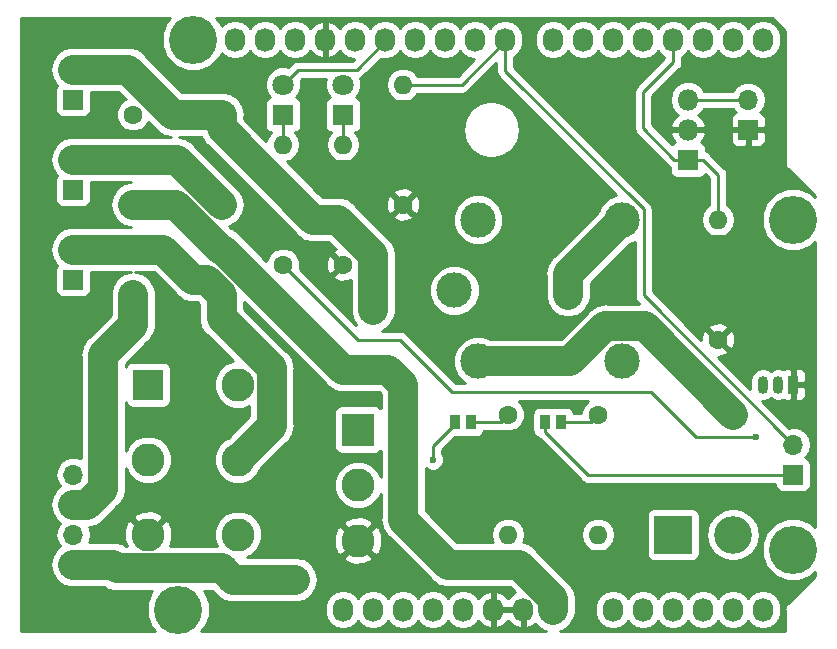
<source format=gbr>
G04 #@! TF.GenerationSoftware,KiCad,Pcbnew,(5.0.2)-1*
G04 #@! TF.CreationDate,2019-02-18T20:30:17-05:00*
G04 #@! TF.ProjectId,PRIME-D,5052494d-452d-4442-9e6b-696361645f70,rev?*
G04 #@! TF.SameCoordinates,Original*
G04 #@! TF.FileFunction,Copper,L1,Top*
G04 #@! TF.FilePolarity,Positive*
%FSLAX46Y46*%
G04 Gerber Fmt 4.6, Leading zero omitted, Abs format (unit mm)*
G04 Created by KiCad (PCBNEW (5.0.2)-1) date 2/18/2019 8:30:17 PM*
%MOMM*%
%LPD*%
G01*
G04 APERTURE LIST*
G04 #@! TA.AperFunction,ComponentPad*
%ADD10R,1.700000X1.700000*%
G04 #@! TD*
G04 #@! TA.AperFunction,ComponentPad*
%ADD11O,1.700000X1.700000*%
G04 #@! TD*
G04 #@! TA.AperFunction,ComponentPad*
%ADD12O,1.800000X1.800000*%
G04 #@! TD*
G04 #@! TA.AperFunction,ComponentPad*
%ADD13R,1.800000X1.800000*%
G04 #@! TD*
G04 #@! TA.AperFunction,ComponentPad*
%ADD14C,1.800000*%
G04 #@! TD*
G04 #@! TA.AperFunction,ComponentPad*
%ADD15O,1.727200X2.032000*%
G04 #@! TD*
G04 #@! TA.AperFunction,ComponentPad*
%ADD16C,4.064000*%
G04 #@! TD*
G04 #@! TA.AperFunction,ComponentPad*
%ADD17O,1.600000X1.600000*%
G04 #@! TD*
G04 #@! TA.AperFunction,ComponentPad*
%ADD18C,1.600000*%
G04 #@! TD*
G04 #@! TA.AperFunction,SMDPad,CuDef*
%ADD19R,0.970000X1.270000*%
G04 #@! TD*
G04 #@! TA.AperFunction,ComponentPad*
%ADD20C,3.000000*%
G04 #@! TD*
G04 #@! TA.AperFunction,ComponentPad*
%ADD21C,2.800000*%
G04 #@! TD*
G04 #@! TA.AperFunction,ComponentPad*
%ADD22R,2.800000X2.800000*%
G04 #@! TD*
G04 #@! TA.AperFunction,ComponentPad*
%ADD23R,2.600000X2.600000*%
G04 #@! TD*
G04 #@! TA.AperFunction,ComponentPad*
%ADD24R,0.900000X1.500000*%
G04 #@! TD*
G04 #@! TA.AperFunction,ComponentPad*
%ADD25O,0.900000X1.500000*%
G04 #@! TD*
G04 #@! TA.AperFunction,ComponentPad*
%ADD26O,3.200000X3.200000*%
G04 #@! TD*
G04 #@! TA.AperFunction,ComponentPad*
%ADD27R,3.200000X3.200000*%
G04 #@! TD*
G04 #@! TA.AperFunction,ViaPad*
%ADD28C,0.600000*%
G04 #@! TD*
G04 #@! TA.AperFunction,Conductor*
%ADD29C,0.254000*%
G04 #@! TD*
G04 #@! TA.AperFunction,Conductor*
%ADD30C,0.250000*%
G04 #@! TD*
G04 #@! TA.AperFunction,Conductor*
%ADD31C,2.540000*%
G04 #@! TD*
G04 APERTURE END LIST*
D10*
G04 #@! TO.P,J10,1*
G04 #@! TO.N,/DropSignal_High*
X177038000Y-112395000D03*
D11*
G04 #@! TO.P,J10,2*
G04 #@! TO.N,/8*
X177038000Y-109855000D03*
G04 #@! TD*
D12*
G04 #@! TO.P,Q1,3*
G04 #@! TO.N,/CameraTrigger_Output*
X168148000Y-80645000D03*
G04 #@! TO.P,Q1,2*
G04 #@! TO.N,GND*
X168148000Y-83185000D03*
D13*
G04 #@! TO.P,Q1,1*
G04 #@! TO.N,/3(\002A\002A)*
X168148000Y-85725000D03*
G04 #@! TD*
G04 #@! TO.P,D1,1*
G04 #@! TO.N,Net-(D1-Pad1)*
X133858000Y-81915000D03*
D14*
G04 #@! TO.P,D1,2*
G04 #@! TO.N,/12(MISO)*
X133858000Y-79375000D03*
G04 #@! TD*
D15*
G04 #@! TO.P,P1,8*
G04 #@! TO.N,/BT2_V+*
X156718000Y-123825000D03*
G04 #@! TO.P,P1,7*
G04 #@! TO.N,GND*
X154178000Y-123825000D03*
G04 #@! TO.P,P1,6*
X151638000Y-123825000D03*
G04 #@! TO.P,P1,5*
G04 #@! TO.N,+5V*
X149098000Y-123825000D03*
G04 #@! TO.P,P1,4*
G04 #@! TO.N,N/C*
X146558000Y-123825000D03*
G04 #@! TO.P,P1,3*
X144018000Y-123825000D03*
G04 #@! TO.P,P1,2*
X141478000Y-123825000D03*
G04 #@! TO.P,P1,1*
X138938000Y-123825000D03*
G04 #@! TD*
G04 #@! TO.P,P2,6*
G04 #@! TO.N,N/C*
X174498000Y-123825000D03*
G04 #@! TO.P,P2,5*
X171958000Y-123825000D03*
G04 #@! TO.P,P2,4*
X169418000Y-123825000D03*
G04 #@! TO.P,P2,3*
X166878000Y-123825000D03*
G04 #@! TO.P,P2,2*
X164338000Y-123825000D03*
G04 #@! TO.P,P2,1*
X161798000Y-123825000D03*
G04 #@! TD*
G04 #@! TO.P,P3,10*
G04 #@! TO.N,/8*
X152654000Y-75565000D03*
G04 #@! TO.P,P3,9*
G04 #@! TO.N,N/C*
X150114000Y-75565000D03*
G04 #@! TO.P,P3,8*
X147574000Y-75565000D03*
G04 #@! TO.P,P3,7*
G04 #@! TO.N,/11(\002A\002A/MOSI)*
X145034000Y-75565000D03*
G04 #@! TO.P,P3,6*
G04 #@! TO.N,/12(MISO)*
X142494000Y-75565000D03*
G04 #@! TO.P,P3,5*
G04 #@! TO.N,N/C*
X139954000Y-75565000D03*
G04 #@! TO.P,P3,4*
G04 #@! TO.N,GND*
X137414000Y-75565000D03*
G04 #@! TO.P,P3,3*
G04 #@! TO.N,N/C*
X134874000Y-75565000D03*
G04 #@! TO.P,P3,2*
X132334000Y-75565000D03*
G04 #@! TO.P,P3,1*
X129794000Y-75565000D03*
G04 #@! TD*
G04 #@! TO.P,P4,8*
G04 #@! TO.N,N/C*
X174498000Y-75565000D03*
G04 #@! TO.P,P4,7*
X171958000Y-75565000D03*
G04 #@! TO.P,P4,6*
X169418000Y-75565000D03*
G04 #@! TO.P,P4,5*
G04 #@! TO.N,/3(\002A\002A)*
X166878000Y-75565000D03*
G04 #@! TO.P,P4,4*
G04 #@! TO.N,/4*
X164338000Y-75565000D03*
G04 #@! TO.P,P4,3*
G04 #@! TO.N,N/C*
X161798000Y-75565000D03*
G04 #@! TO.P,P4,2*
X159258000Y-75565000D03*
G04 #@! TO.P,P4,1*
X156718000Y-75565000D03*
G04 #@! TD*
D16*
G04 #@! TO.P,P5,1*
G04 #@! TO.N,N/C*
X124968000Y-123825000D03*
G04 #@! TD*
G04 #@! TO.P,P6,1*
G04 #@! TO.N,N/C*
X177038000Y-118745000D03*
G04 #@! TD*
G04 #@! TO.P,P7,1*
G04 #@! TO.N,N/C*
X126238000Y-75565000D03*
G04 #@! TD*
G04 #@! TO.P,P8,1*
G04 #@! TO.N,N/C*
X177038000Y-90805000D03*
G04 #@! TD*
D17*
G04 #@! TO.P,C1,2*
G04 #@! TO.N,/BT1_V-*
X128658000Y-97155000D03*
D18*
G04 #@! TO.P,C1,1*
G04 #@! TO.N,/BT1_V+*
X121158000Y-97155000D03*
G04 #@! TD*
G04 #@! TO.P,C2,1*
G04 #@! TO.N,/BT2_V+*
X121158000Y-89535000D03*
D17*
G04 #@! TO.P,C2,2*
G04 #@! TO.N,/BT2_V-*
X128658000Y-89535000D03*
G04 #@! TD*
G04 #@! TO.P,C3,2*
G04 #@! TO.N,/BT3_V-*
X128658000Y-81915000D03*
D18*
G04 #@! TO.P,C3,1*
G04 #@! TO.N,/BT3_V+*
X121158000Y-81915000D03*
G04 #@! TD*
D10*
G04 #@! TO.P,J3,1*
G04 #@! TO.N,/SOLENOID+*
X116078000Y-120015000D03*
D11*
G04 #@! TO.P,J3,2*
G04 #@! TO.N,/BT3_V-*
X116078000Y-117475000D03*
G04 #@! TO.P,J3,3*
G04 #@! TO.N,/BT1_V+*
X116078000Y-114935000D03*
G04 #@! TO.P,J3,4*
G04 #@! TO.N,/LEDStrip_V-*
X116078000Y-112395000D03*
G04 #@! TD*
D10*
G04 #@! TO.P,J6,1*
G04 #@! TO.N,/BT1_V+*
X116078000Y-95885000D03*
D11*
G04 #@! TO.P,J6,2*
G04 #@! TO.N,/BT1_V-*
X116078000Y-93345000D03*
G04 #@! TD*
G04 #@! TO.P,J7,2*
G04 #@! TO.N,/BT2_V-*
X116078000Y-85725000D03*
D10*
G04 #@! TO.P,J7,1*
G04 #@! TO.N,/BT2_V+*
X116078000Y-88265000D03*
G04 #@! TD*
G04 #@! TO.P,J8,1*
G04 #@! TO.N,/BT3_V+*
X116078000Y-80645000D03*
D11*
G04 #@! TO.P,J8,2*
G04 #@! TO.N,/BT3_V-*
X116078000Y-78105000D03*
G04 #@! TD*
D18*
G04 #@! TO.P,R1,1*
G04 #@! TO.N,GND*
X170688000Y-100965000D03*
D17*
G04 #@! TO.P,R1,2*
G04 #@! TO.N,/3(\002A\002A)*
X170688000Y-90805000D03*
G04 #@! TD*
D18*
G04 #@! TO.P,R2,1*
G04 #@! TO.N,GND*
X144018000Y-89535000D03*
D17*
G04 #@! TO.P,R2,2*
G04 #@! TO.N,/8*
X144018000Y-79375000D03*
G04 #@! TD*
G04 #@! TO.P,R3,2*
G04 #@! TO.N,Net-(D1-Pad1)*
X133858000Y-84455000D03*
D18*
G04 #@! TO.P,R3,1*
G04 #@! TO.N,Net-(Q2-Pad2)*
X133858000Y-94615000D03*
G04 #@! TD*
G04 #@! TO.P,R4,1*
G04 #@! TO.N,GND*
X138938000Y-94615000D03*
D17*
G04 #@! TO.P,R4,2*
G04 #@! TO.N,Net-(D3-Pad1)*
X138938000Y-84455000D03*
G04 #@! TD*
D11*
G04 #@! TO.P,J9,2*
G04 #@! TO.N,/CameraTrigger_Output*
X173228000Y-80645000D03*
D10*
G04 #@! TO.P,J9,1*
G04 #@! TO.N,GND*
X173228000Y-83185000D03*
G04 #@! TD*
D19*
G04 #@! TO.P,J1,1*
G04 #@! TO.N,Net-(J1-Pad1)*
X157358000Y-107945000D03*
G04 #@! TO.P,J1,2*
G04 #@! TO.N,/DropSignal_High*
X156078000Y-107945000D03*
G04 #@! TD*
G04 #@! TO.P,J2,2*
G04 #@! TO.N,Net-(J2-Pad2)*
X148458000Y-107945000D03*
G04 #@! TO.P,J2,1*
G04 #@! TO.N,Net-(J2-Pad1)*
X149738000Y-107945000D03*
G04 #@! TD*
D20*
G04 #@! TO.P,K1,4*
G04 #@! TO.N,/BT3_V+*
X148368000Y-96805000D03*
G04 #@! TO.P,K1,2*
G04 #@! TO.N,N/C*
X162568000Y-102805000D03*
G04 #@! TO.P,K1,5*
G04 #@! TO.N,Net-(D2-Pad2)*
X150368000Y-102805000D03*
G04 #@! TO.P,K1,3*
G04 #@! TO.N,/SOLENOID+*
X162568000Y-90805000D03*
G04 #@! TO.P,K1,1*
G04 #@! TO.N,+5V*
X150368000Y-90805000D03*
G04 #@! TD*
D17*
G04 #@! TO.P,R5,2*
G04 #@! TO.N,+5V*
X160528000Y-117475000D03*
D18*
G04 #@! TO.P,R5,1*
G04 #@! TO.N,Net-(J1-Pad1)*
X160528000Y-107315000D03*
G04 #@! TD*
G04 #@! TO.P,R6,1*
G04 #@! TO.N,Net-(J2-Pad1)*
X152908000Y-107315000D03*
D17*
G04 #@! TO.P,R6,2*
G04 #@! TO.N,+5V*
X152908000Y-117475000D03*
G04 #@! TD*
D21*
G04 #@! TO.P,SW1,3*
G04 #@! TO.N,GND*
X140208000Y-117985000D03*
G04 #@! TO.P,SW1,2*
G04 #@! TO.N,/11(\002A\002A/MOSI)*
X140208000Y-113285000D03*
D22*
G04 #@! TO.P,SW1,1*
G04 #@! TO.N,Net-(J2-Pad2)*
X140208000Y-108585000D03*
G04 #@! TD*
D21*
G04 #@! TO.P,SW2,6*
G04 #@! TO.N,/LEDStrip_V-*
X130048000Y-117475000D03*
G04 #@! TO.P,SW2,3*
G04 #@! TO.N,GND*
X122428000Y-117475000D03*
G04 #@! TO.P,SW2,5*
G04 #@! TO.N,/BT1_V-*
X130048000Y-111125000D03*
G04 #@! TO.P,SW2,2*
G04 #@! TO.N,/BT2_V-*
X122428000Y-111125000D03*
G04 #@! TO.P,SW2,4*
G04 #@! TO.N,N/C*
X130048000Y-104775000D03*
D23*
G04 #@! TO.P,SW2,1*
X122428000Y-104775000D03*
G04 #@! TD*
D24*
G04 #@! TO.P,Q2,1*
G04 #@! TO.N,GND*
X177038000Y-104775000D03*
D25*
G04 #@! TO.P,Q2,3*
G04 #@! TO.N,Net-(D2-Pad2)*
X174498000Y-104775000D03*
G04 #@! TO.P,Q2,2*
G04 #@! TO.N,Net-(Q2-Pad2)*
X175768000Y-104775000D03*
G04 #@! TD*
D26*
G04 #@! TO.P,D2,2*
G04 #@! TO.N,Net-(D2-Pad2)*
X171958000Y-117475000D03*
D27*
G04 #@! TO.P,D2,1*
G04 #@! TO.N,+5V*
X166878000Y-117475000D03*
G04 #@! TD*
D14*
G04 #@! TO.P,D3,2*
G04 #@! TO.N,/4*
X138938000Y-79375000D03*
D13*
G04 #@! TO.P,D3,1*
G04 #@! TO.N,Net-(D3-Pad1)*
X138938000Y-81915000D03*
G04 #@! TD*
D28*
G04 #@! TO.N,Net-(D2-Pad2)*
X171958000Y-107315000D03*
G04 #@! TO.N,Net-(Q2-Pad2)*
X173863000Y-109220000D03*
G04 #@! TO.N,/BT3_V-*
X141477996Y-98425000D03*
G04 #@! TO.N,GND*
X133350000Y-124333000D03*
G04 #@! TO.N,Net-(J2-Pad2)*
X146558000Y-111125000D03*
G04 #@! TO.N,/SOLENOID+*
X157988000Y-97155000D03*
X134873998Y-121285000D03*
G04 #@! TD*
D29*
G04 #@! TO.N,/8*
X152472205Y-75746795D02*
X152654000Y-75565000D01*
X152654000Y-78187038D02*
X152654000Y-75565000D01*
X164395001Y-89928039D02*
X152654000Y-78187038D01*
X177038000Y-109855000D02*
X164395001Y-97212001D01*
X164395001Y-97212001D02*
X164395001Y-89928039D01*
X152654000Y-75717400D02*
X152654000Y-75565000D01*
X148996400Y-79375000D02*
X152654000Y-75717400D01*
X144018000Y-79375000D02*
X148996400Y-79375000D01*
D30*
G04 #@! TO.N,/4*
X164338000Y-75717400D02*
X164338000Y-75565000D01*
D31*
G04 #@! TO.N,/BT1_V-*
X132918001Y-103397399D02*
X128658000Y-99137398D01*
X128658000Y-99137398D02*
X128658000Y-98286370D01*
X128658000Y-98286370D02*
X128658000Y-97155000D01*
X132918001Y-108254999D02*
X132918001Y-103397399D01*
X130048000Y-111125000D02*
X132918001Y-108254999D01*
X123698000Y-93345000D02*
X116078000Y-93345000D01*
X126238000Y-95885000D02*
X123698000Y-93345000D01*
X128658000Y-97155000D02*
X127388000Y-95885000D01*
X127388000Y-95885000D02*
X126238000Y-95885000D01*
G04 #@! TO.N,/BT2_V+*
X153820622Y-120015000D02*
X156718000Y-122912378D01*
X144018000Y-116205000D02*
X147828000Y-120015000D01*
X156718000Y-122912378D02*
X156718000Y-123825000D01*
X147828000Y-120015000D02*
X153820622Y-120015000D01*
X144018000Y-104775000D02*
X144018000Y-116205000D01*
X124783042Y-89535000D02*
X128593042Y-93345000D01*
X121158000Y-89535000D02*
X124783042Y-89535000D01*
X128593042Y-93345000D02*
X128778000Y-93345000D01*
X128778000Y-93345000D02*
X138938000Y-103505000D01*
X138938000Y-103505000D02*
X142748000Y-103505000D01*
X142748000Y-103505000D02*
X144018000Y-104775000D01*
G04 #@! TO.N,/BT2_V-*
X124848000Y-85725000D02*
X116078000Y-85725000D01*
X128658000Y-89535000D02*
X124848000Y-85725000D01*
D29*
G04 #@! TO.N,Net-(D1-Pad1)*
X133858000Y-84455000D02*
X133858000Y-81915000D01*
D31*
G04 #@! TO.N,Net-(D2-Pad2)*
X164477999Y-99834999D02*
X171958000Y-107315000D01*
X161142399Y-99834999D02*
X164477999Y-99834999D01*
X158172398Y-102805000D02*
X161142399Y-99834999D01*
X150368000Y-102805000D02*
X158172398Y-102805000D01*
D29*
G04 #@! TO.N,Net-(Q2-Pad2)*
X164973000Y-105410000D02*
X168783000Y-109220000D01*
X168783000Y-109220000D02*
X173438736Y-109220000D01*
X173438736Y-109220000D02*
X173863000Y-109220000D01*
X133858000Y-94615000D02*
X140208000Y-100965000D01*
X140208000Y-100965000D02*
X143736513Y-100965000D01*
X143736513Y-100965000D02*
X148181513Y-105410000D01*
X148181513Y-105410000D02*
X164973000Y-105410000D01*
D31*
G04 #@! TO.N,/BT1_V+*
X121158000Y-97155000D02*
X121158000Y-99695000D01*
X121158000Y-99695000D02*
X118618000Y-102235000D01*
X117280081Y-114935000D02*
X116078000Y-114935000D01*
X118618000Y-113597081D02*
X117280081Y-114935000D01*
X118618000Y-102235000D02*
X118618000Y-113597081D01*
G04 #@! TO.N,/BT3_V-*
X117280081Y-78105000D02*
X116078000Y-78105000D01*
X120707602Y-78105000D02*
X117280081Y-78105000D01*
X124517602Y-81915000D02*
X120707602Y-78105000D01*
X128658000Y-81915000D02*
X124517602Y-81915000D01*
X141477996Y-98000736D02*
X141477996Y-98425000D01*
X128658000Y-81915000D02*
X128658000Y-83046370D01*
X128658000Y-83046370D02*
X136416630Y-90805000D01*
X138487602Y-90805000D02*
X141477996Y-93795394D01*
X141477996Y-93795394D02*
X141477996Y-98000736D01*
X136416630Y-90805000D02*
X138487602Y-90805000D01*
D30*
G04 #@! TO.N,/12(MISO)*
X142494000Y-75565000D02*
X142494000Y-75819000D01*
D29*
X133858000Y-79375000D02*
X135128000Y-78105000D01*
X142494000Y-75717400D02*
X142494000Y-75565000D01*
X140106400Y-78105000D02*
X142494000Y-75717400D01*
X135128000Y-78105000D02*
X140106400Y-78105000D01*
G04 #@! TO.N,GND*
X140208000Y-117985000D02*
X137414000Y-120779000D01*
X137414000Y-120779000D02*
X137414000Y-122809000D01*
X137414000Y-122809000D02*
X135890000Y-124333000D01*
X135890000Y-124333000D02*
X133350000Y-124333000D01*
G04 #@! TO.N,Net-(J1-Pad1)*
X159898000Y-107945000D02*
X160528000Y-107315000D01*
X157358000Y-107945000D02*
X159898000Y-107945000D01*
G04 #@! TO.N,/DropSignal_High*
X156078000Y-107945000D02*
X156078000Y-108095000D01*
X159639000Y-112395000D02*
X177038000Y-112395000D01*
X156078000Y-107945000D02*
X156078000Y-108834000D01*
X156078000Y-108834000D02*
X159639000Y-112395000D01*
G04 #@! TO.N,Net-(J2-Pad2)*
X146558000Y-109995000D02*
X146558000Y-111125000D01*
X148458000Y-107945000D02*
X148458000Y-108095000D01*
X148458000Y-108095000D02*
X146558000Y-109995000D01*
G04 #@! TO.N,Net-(J2-Pad1)*
X152278000Y-107945000D02*
X152908000Y-107315000D01*
X149738000Y-107945000D02*
X152278000Y-107945000D01*
D31*
G04 #@! TO.N,/SOLENOID+*
X157988000Y-95385000D02*
X162568000Y-90805000D01*
X157988000Y-97155000D02*
X157988000Y-95385000D01*
X116078000Y-120015000D02*
X119468000Y-120015000D01*
X119468000Y-120015000D02*
X119798001Y-120345001D01*
X123287039Y-120322999D02*
X128648397Y-120322999D01*
X119798001Y-120345001D02*
X123265037Y-120345001D01*
X129610398Y-121285000D02*
X134449734Y-121285000D01*
X134449734Y-121285000D02*
X134873998Y-121285000D01*
X128648397Y-120322999D02*
X129610398Y-121285000D01*
X123265037Y-120345001D02*
X123287039Y-120322999D01*
D29*
G04 #@! TO.N,/CameraTrigger_Output*
X168148000Y-80645000D02*
X173228000Y-80645000D01*
G04 #@! TO.N,/3(\002A\002A)*
X169418000Y-85725000D02*
X168148000Y-85725000D01*
X170688000Y-90805000D02*
X170688000Y-86995000D01*
X170688000Y-86995000D02*
X169418000Y-85725000D01*
X166878000Y-75565000D02*
X166878000Y-77470000D01*
X166878000Y-77470000D02*
X164338000Y-80010000D01*
X166994000Y-85725000D02*
X168148000Y-85725000D01*
X164338000Y-83069000D02*
X166994000Y-85725000D01*
X164338000Y-80010000D02*
X164338000Y-83069000D01*
G04 #@! TO.N,Net-(D3-Pad1)*
X138938000Y-84455000D02*
X138938000Y-81915000D01*
G04 #@! TD*
G04 #@! TO.N,GND*
G36*
X123977026Y-74054266D02*
X123571000Y-75034501D01*
X123571000Y-76095499D01*
X123977026Y-77075734D01*
X124727266Y-77825974D01*
X125707501Y-78232000D01*
X126768499Y-78232000D01*
X127748734Y-77825974D01*
X128498974Y-77075734D01*
X128652156Y-76705918D01*
X128713570Y-76797830D01*
X129209276Y-77129050D01*
X129794000Y-77245359D01*
X130378725Y-77129050D01*
X130874430Y-76797830D01*
X131064000Y-76514119D01*
X131253570Y-76797830D01*
X131749276Y-77129050D01*
X132334000Y-77245359D01*
X132918725Y-77129050D01*
X133414430Y-76797830D01*
X133604000Y-76514119D01*
X133793570Y-76797830D01*
X134289276Y-77129050D01*
X134874000Y-77245359D01*
X135458725Y-77129050D01*
X135954430Y-76797830D01*
X136147909Y-76508267D01*
X136511964Y-76915732D01*
X137039209Y-77169709D01*
X137054974Y-77172358D01*
X137287000Y-77051217D01*
X137287000Y-75692000D01*
X137267000Y-75692000D01*
X137267000Y-75438000D01*
X137287000Y-75438000D01*
X137287000Y-74078783D01*
X137054974Y-73957642D01*
X137039209Y-73960291D01*
X136511964Y-74214268D01*
X136147910Y-74621732D01*
X135954430Y-74332170D01*
X135458724Y-74000950D01*
X134874000Y-73884641D01*
X134289275Y-74000950D01*
X133793570Y-74332170D01*
X133604000Y-74615881D01*
X133414430Y-74332170D01*
X132918724Y-74000950D01*
X132334000Y-73884641D01*
X131749275Y-74000950D01*
X131253570Y-74332170D01*
X131064000Y-74615881D01*
X130874430Y-74332170D01*
X130378724Y-74000950D01*
X129794000Y-73884641D01*
X129209275Y-74000950D01*
X128713570Y-74332170D01*
X128652156Y-74424082D01*
X128498974Y-74054266D01*
X128179708Y-73735000D01*
X175219910Y-73735000D01*
X176328001Y-74843092D01*
X176328000Y-85909076D01*
X176314091Y-85979000D01*
X176328000Y-86048924D01*
X176328000Y-86048925D01*
X176369195Y-86256027D01*
X176526119Y-86490880D01*
X176585402Y-86530492D01*
X178868001Y-88813092D01*
X178868001Y-88863293D01*
X178548734Y-88544026D01*
X177568499Y-88138000D01*
X176507501Y-88138000D01*
X175527266Y-88544026D01*
X174777026Y-89294266D01*
X174371000Y-90274501D01*
X174371000Y-91335499D01*
X174777026Y-92315734D01*
X175527266Y-93065974D01*
X176507501Y-93472000D01*
X177568499Y-93472000D01*
X178548734Y-93065974D01*
X178868001Y-92746707D01*
X178868000Y-116803292D01*
X178548734Y-116484026D01*
X177568499Y-116078000D01*
X176507501Y-116078000D01*
X175527266Y-116484026D01*
X174777026Y-117234266D01*
X174371000Y-118214501D01*
X174371000Y-119275499D01*
X174777026Y-120255734D01*
X175527266Y-121005974D01*
X176507501Y-121412000D01*
X177568499Y-121412000D01*
X178548734Y-121005974D01*
X178868000Y-120686708D01*
X178868000Y-120990909D01*
X176585402Y-123273508D01*
X176526120Y-123313119D01*
X176384544Y-123525002D01*
X176369196Y-123547972D01*
X176314091Y-123825000D01*
X176328001Y-123894929D01*
X176328000Y-125655000D01*
X157282677Y-125655000D01*
X157461294Y-125619471D01*
X158091428Y-125198428D01*
X158512471Y-124568294D01*
X158623000Y-124012625D01*
X158623000Y-123525003D01*
X160299400Y-123525003D01*
X160299400Y-124124998D01*
X160386350Y-124562125D01*
X160717570Y-125057830D01*
X161213276Y-125389050D01*
X161798000Y-125505359D01*
X162382725Y-125389050D01*
X162878430Y-125057830D01*
X163068000Y-124774119D01*
X163257570Y-125057830D01*
X163753276Y-125389050D01*
X164338000Y-125505359D01*
X164922725Y-125389050D01*
X165418430Y-125057830D01*
X165608000Y-124774119D01*
X165797570Y-125057830D01*
X166293276Y-125389050D01*
X166878000Y-125505359D01*
X167462725Y-125389050D01*
X167958430Y-125057830D01*
X168148000Y-124774119D01*
X168337570Y-125057830D01*
X168833276Y-125389050D01*
X169418000Y-125505359D01*
X170002725Y-125389050D01*
X170498430Y-125057830D01*
X170688000Y-124774119D01*
X170877570Y-125057830D01*
X171373276Y-125389050D01*
X171958000Y-125505359D01*
X172542725Y-125389050D01*
X173038430Y-125057830D01*
X173228000Y-124774119D01*
X173417570Y-125057830D01*
X173913276Y-125389050D01*
X174498000Y-125505359D01*
X175082725Y-125389050D01*
X175578430Y-125057830D01*
X175909650Y-124562124D01*
X175996600Y-124124997D01*
X175996600Y-123525002D01*
X175909650Y-123087875D01*
X175578430Y-122592170D01*
X175082724Y-122260950D01*
X174498000Y-122144641D01*
X173913275Y-122260950D01*
X173417570Y-122592170D01*
X173228000Y-122875881D01*
X173038430Y-122592170D01*
X172542724Y-122260950D01*
X171958000Y-122144641D01*
X171373275Y-122260950D01*
X170877570Y-122592170D01*
X170688000Y-122875881D01*
X170498430Y-122592170D01*
X170002724Y-122260950D01*
X169418000Y-122144641D01*
X168833275Y-122260950D01*
X168337570Y-122592170D01*
X168148000Y-122875881D01*
X167958430Y-122592170D01*
X167462724Y-122260950D01*
X166878000Y-122144641D01*
X166293275Y-122260950D01*
X165797570Y-122592170D01*
X165608000Y-122875881D01*
X165418430Y-122592170D01*
X164922724Y-122260950D01*
X164338000Y-122144641D01*
X163753275Y-122260950D01*
X163257570Y-122592170D01*
X163068000Y-122875881D01*
X162878430Y-122592170D01*
X162382724Y-122260950D01*
X161798000Y-122144641D01*
X161213275Y-122260950D01*
X160717570Y-122592170D01*
X160386350Y-123087876D01*
X160299400Y-123525003D01*
X158623000Y-123525003D01*
X158623000Y-123099998D01*
X158660320Y-122912377D01*
X158623000Y-122724756D01*
X158623000Y-122724752D01*
X158512471Y-122169084D01*
X158091428Y-121538950D01*
X157932366Y-121432668D01*
X155300331Y-118800633D01*
X155194050Y-118641572D01*
X154563916Y-118220529D01*
X154185948Y-118145347D01*
X154259740Y-118034909D01*
X154371113Y-117475000D01*
X159064887Y-117475000D01*
X159176260Y-118034909D01*
X159493423Y-118509577D01*
X159968091Y-118826740D01*
X160386667Y-118910000D01*
X160669333Y-118910000D01*
X161087909Y-118826740D01*
X161562577Y-118509577D01*
X161879740Y-118034909D01*
X161991113Y-117475000D01*
X161879740Y-116915091D01*
X161562577Y-116440423D01*
X161087909Y-116123260D01*
X160669333Y-116040000D01*
X160386667Y-116040000D01*
X159968091Y-116123260D01*
X159493423Y-116440423D01*
X159176260Y-116915091D01*
X159064887Y-117475000D01*
X154371113Y-117475000D01*
X154259740Y-116915091D01*
X153942577Y-116440423D01*
X153467909Y-116123260D01*
X153049333Y-116040000D01*
X152766667Y-116040000D01*
X152348091Y-116123260D01*
X151873423Y-116440423D01*
X151556260Y-116915091D01*
X151444887Y-117475000D01*
X151556260Y-118034909D01*
X151606434Y-118110000D01*
X148617077Y-118110000D01*
X146382077Y-115875000D01*
X164630560Y-115875000D01*
X164630560Y-119075000D01*
X164679843Y-119322765D01*
X164820191Y-119532809D01*
X165030235Y-119673157D01*
X165278000Y-119722440D01*
X168478000Y-119722440D01*
X168725765Y-119673157D01*
X168935809Y-119532809D01*
X169076157Y-119322765D01*
X169125440Y-119075000D01*
X169125440Y-117475000D01*
X169679214Y-117475000D01*
X169852676Y-118347054D01*
X170346655Y-119086345D01*
X171085946Y-119580324D01*
X171737872Y-119710000D01*
X172178128Y-119710000D01*
X172830054Y-119580324D01*
X173569345Y-119086345D01*
X174063324Y-118347054D01*
X174236786Y-117475000D01*
X174063324Y-116602946D01*
X173569345Y-115863655D01*
X172830054Y-115369676D01*
X172178128Y-115240000D01*
X171737872Y-115240000D01*
X171085946Y-115369676D01*
X170346655Y-115863655D01*
X169852676Y-116602946D01*
X169679214Y-117475000D01*
X169125440Y-117475000D01*
X169125440Y-115875000D01*
X169076157Y-115627235D01*
X168935809Y-115417191D01*
X168725765Y-115276843D01*
X168478000Y-115227560D01*
X165278000Y-115227560D01*
X165030235Y-115276843D01*
X164820191Y-115417191D01*
X164679843Y-115627235D01*
X164630560Y-115875000D01*
X146382077Y-115875000D01*
X145923000Y-115415924D01*
X145923000Y-111812290D01*
X146028365Y-111917655D01*
X146372017Y-112060000D01*
X146743983Y-112060000D01*
X147087635Y-111917655D01*
X147350655Y-111654635D01*
X147493000Y-111310983D01*
X147493000Y-110939017D01*
X147350655Y-110595365D01*
X147320000Y-110564710D01*
X147320000Y-110310630D01*
X148403191Y-109227440D01*
X148943000Y-109227440D01*
X149098000Y-109196609D01*
X149253000Y-109227440D01*
X150223000Y-109227440D01*
X150470765Y-109178157D01*
X150680809Y-109037809D01*
X150821157Y-108827765D01*
X150845178Y-108707000D01*
X152202957Y-108707000D01*
X152278000Y-108721927D01*
X152353043Y-108707000D01*
X152353048Y-108707000D01*
X152464992Y-108684733D01*
X152622561Y-108750000D01*
X153193439Y-108750000D01*
X153720862Y-108531534D01*
X154124534Y-108127862D01*
X154343000Y-107600439D01*
X154343000Y-107029561D01*
X154124534Y-106502138D01*
X153794396Y-106172000D01*
X159641604Y-106172000D01*
X159311466Y-106502138D01*
X159093000Y-107029561D01*
X159093000Y-107183000D01*
X158465178Y-107183000D01*
X158441157Y-107062235D01*
X158300809Y-106852191D01*
X158090765Y-106711843D01*
X157843000Y-106662560D01*
X156873000Y-106662560D01*
X156718000Y-106693391D01*
X156563000Y-106662560D01*
X155593000Y-106662560D01*
X155345235Y-106711843D01*
X155135191Y-106852191D01*
X154994843Y-107062235D01*
X154945560Y-107310000D01*
X154945560Y-108580000D01*
X154994843Y-108827765D01*
X155135191Y-109037809D01*
X155345235Y-109178157D01*
X155398603Y-109188773D01*
X155457697Y-109277212D01*
X155528630Y-109383371D01*
X155592252Y-109425882D01*
X159047116Y-112880746D01*
X159089629Y-112944371D01*
X159273635Y-113067320D01*
X159341681Y-113112787D01*
X159341682Y-113112787D01*
X159341683Y-113112788D01*
X159563952Y-113157000D01*
X159563956Y-113157000D01*
X159638999Y-113171927D01*
X159714042Y-113157000D01*
X175540560Y-113157000D01*
X175540560Y-113245000D01*
X175589843Y-113492765D01*
X175730191Y-113702809D01*
X175940235Y-113843157D01*
X176188000Y-113892440D01*
X177888000Y-113892440D01*
X178135765Y-113843157D01*
X178345809Y-113702809D01*
X178486157Y-113492765D01*
X178535440Y-113245000D01*
X178535440Y-111545000D01*
X178486157Y-111297235D01*
X178345809Y-111087191D01*
X178135765Y-110946843D01*
X178090381Y-110937816D01*
X178108625Y-110925625D01*
X178436839Y-110434418D01*
X178552092Y-109855000D01*
X178436839Y-109275582D01*
X178108625Y-108784375D01*
X177617418Y-108456161D01*
X177184256Y-108370000D01*
X176891744Y-108370000D01*
X176673952Y-108413321D01*
X174427954Y-106167323D01*
X174498000Y-106181256D01*
X174921346Y-106097047D01*
X175133001Y-105955624D01*
X175344655Y-106097047D01*
X175768000Y-106181256D01*
X176191346Y-106097047D01*
X176236642Y-106066781D01*
X176461691Y-106160000D01*
X176752250Y-106160000D01*
X176911000Y-106001250D01*
X176911000Y-104902000D01*
X177165000Y-104902000D01*
X177165000Y-106001250D01*
X177323750Y-106160000D01*
X177614309Y-106160000D01*
X177847698Y-106063327D01*
X178026327Y-105884699D01*
X178123000Y-105651310D01*
X178123000Y-105060750D01*
X177964250Y-104902000D01*
X177165000Y-104902000D01*
X176911000Y-104902000D01*
X176891000Y-104902000D01*
X176891000Y-104648000D01*
X176911000Y-104648000D01*
X176911000Y-103548750D01*
X177165000Y-103548750D01*
X177165000Y-104648000D01*
X177964250Y-104648000D01*
X178123000Y-104489250D01*
X178123000Y-103898690D01*
X178026327Y-103665301D01*
X177847698Y-103486673D01*
X177614309Y-103390000D01*
X177323750Y-103390000D01*
X177165000Y-103548750D01*
X176911000Y-103548750D01*
X176752250Y-103390000D01*
X176461691Y-103390000D01*
X176236641Y-103483219D01*
X176191345Y-103452953D01*
X175768000Y-103368744D01*
X175344654Y-103452953D01*
X175133000Y-103594376D01*
X174921345Y-103452953D01*
X174498000Y-103368744D01*
X174074654Y-103452953D01*
X173715759Y-103692759D01*
X173475953Y-104051655D01*
X173413000Y-104368140D01*
X173413000Y-105152369D01*
X170663431Y-102402801D01*
X171041454Y-102384778D01*
X171442005Y-102218864D01*
X171516139Y-101972745D01*
X170688000Y-101144605D01*
X170673858Y-101158748D01*
X170494252Y-100979142D01*
X170508395Y-100965000D01*
X170867605Y-100965000D01*
X171695745Y-101793139D01*
X171941864Y-101719005D01*
X172134965Y-101181777D01*
X172107778Y-100611546D01*
X171941864Y-100210995D01*
X171695745Y-100136861D01*
X170867605Y-100965000D01*
X170508395Y-100965000D01*
X169680255Y-100136861D01*
X169434136Y-100210995D01*
X169241035Y-100748223D01*
X169252659Y-100992029D01*
X168217885Y-99957255D01*
X169859861Y-99957255D01*
X170688000Y-100785395D01*
X171516139Y-99957255D01*
X171442005Y-99711136D01*
X170904777Y-99518035D01*
X170334546Y-99545222D01*
X169933995Y-99711136D01*
X169859861Y-99957255D01*
X168217885Y-99957255D01*
X165157001Y-96896371D01*
X165157001Y-90003086D01*
X165171929Y-89928039D01*
X165129186Y-89713157D01*
X165112789Y-89630722D01*
X164944372Y-89378668D01*
X164880750Y-89336157D01*
X153416000Y-77871408D01*
X153416000Y-77010598D01*
X153734430Y-76797830D01*
X154065650Y-76302124D01*
X154152600Y-75864997D01*
X154152600Y-75265003D01*
X155219400Y-75265003D01*
X155219400Y-75864998D01*
X155306350Y-76302125D01*
X155637570Y-76797830D01*
X156133276Y-77129050D01*
X156718000Y-77245359D01*
X157302725Y-77129050D01*
X157798430Y-76797830D01*
X157988000Y-76514119D01*
X158177570Y-76797830D01*
X158673276Y-77129050D01*
X159258000Y-77245359D01*
X159842725Y-77129050D01*
X160338430Y-76797830D01*
X160528000Y-76514119D01*
X160717570Y-76797830D01*
X161213276Y-77129050D01*
X161798000Y-77245359D01*
X162382725Y-77129050D01*
X162878430Y-76797830D01*
X163068000Y-76514119D01*
X163257570Y-76797830D01*
X163753276Y-77129050D01*
X164338000Y-77245359D01*
X164922725Y-77129050D01*
X165418430Y-76797830D01*
X165608000Y-76514119D01*
X165797570Y-76797830D01*
X166116001Y-77010599D01*
X166116001Y-77154369D01*
X163852254Y-79418116D01*
X163788629Y-79460629D01*
X163620212Y-79712684D01*
X163576000Y-79934953D01*
X163576000Y-79934957D01*
X163561073Y-80010000D01*
X163576000Y-80085043D01*
X163576001Y-82993952D01*
X163561073Y-83069000D01*
X163620213Y-83366317D01*
X163742774Y-83549742D01*
X163788630Y-83618371D01*
X163852251Y-83660881D01*
X166402117Y-86210748D01*
X166444629Y-86274371D01*
X166508251Y-86316882D01*
X166600560Y-86378561D01*
X166600560Y-86625000D01*
X166649843Y-86872765D01*
X166790191Y-87082809D01*
X167000235Y-87223157D01*
X167248000Y-87272440D01*
X169048000Y-87272440D01*
X169295765Y-87223157D01*
X169505809Y-87082809D01*
X169582862Y-86967492D01*
X169926001Y-87310632D01*
X169926000Y-89588293D01*
X169653423Y-89770423D01*
X169336260Y-90245091D01*
X169224887Y-90805000D01*
X169336260Y-91364909D01*
X169653423Y-91839577D01*
X170128091Y-92156740D01*
X170546667Y-92240000D01*
X170829333Y-92240000D01*
X171247909Y-92156740D01*
X171722577Y-91839577D01*
X172039740Y-91364909D01*
X172151113Y-90805000D01*
X172039740Y-90245091D01*
X171722577Y-89770423D01*
X171450000Y-89588293D01*
X171450000Y-87070042D01*
X171464927Y-86994999D01*
X171450000Y-86919956D01*
X171450000Y-86919952D01*
X171405788Y-86697683D01*
X171237371Y-86445629D01*
X171173749Y-86403118D01*
X170009883Y-85239253D01*
X169967371Y-85175629D01*
X169715317Y-85007212D01*
X169695440Y-85003258D01*
X169695440Y-84825000D01*
X169646157Y-84577235D01*
X169505809Y-84367191D01*
X169295765Y-84226843D01*
X169249502Y-84217641D01*
X169385966Y-84092576D01*
X169639046Y-83549742D01*
X169599159Y-83470750D01*
X171743000Y-83470750D01*
X171743000Y-84161310D01*
X171839673Y-84394699D01*
X172018302Y-84573327D01*
X172251691Y-84670000D01*
X172942250Y-84670000D01*
X173101000Y-84511250D01*
X173101000Y-83312000D01*
X173355000Y-83312000D01*
X173355000Y-84511250D01*
X173513750Y-84670000D01*
X174204309Y-84670000D01*
X174437698Y-84573327D01*
X174616327Y-84394699D01*
X174713000Y-84161310D01*
X174713000Y-83470750D01*
X174554250Y-83312000D01*
X173355000Y-83312000D01*
X173101000Y-83312000D01*
X171901750Y-83312000D01*
X171743000Y-83470750D01*
X169599159Y-83470750D01*
X169518997Y-83312000D01*
X168275000Y-83312000D01*
X168275000Y-83332000D01*
X168021000Y-83332000D01*
X168021000Y-83312000D01*
X166777003Y-83312000D01*
X166656954Y-83549742D01*
X166910034Y-84092576D01*
X167046498Y-84217641D01*
X167000235Y-84226843D01*
X166790191Y-84367191D01*
X166759602Y-84412971D01*
X165100000Y-82753370D01*
X165100000Y-80645000D01*
X166582928Y-80645000D01*
X166702062Y-81243927D01*
X167041327Y-81751673D01*
X167297174Y-81922624D01*
X166910034Y-82277424D01*
X166656954Y-82820258D01*
X166777003Y-83058000D01*
X168021000Y-83058000D01*
X168021000Y-83038000D01*
X168275000Y-83038000D01*
X168275000Y-83058000D01*
X169518997Y-83058000D01*
X169639046Y-82820258D01*
X169385966Y-82277424D01*
X168998826Y-81922624D01*
X169254673Y-81751673D01*
X169484976Y-81407000D01*
X171951158Y-81407000D01*
X172157375Y-81715625D01*
X172179033Y-81730096D01*
X172018302Y-81796673D01*
X171839673Y-81975301D01*
X171743000Y-82208690D01*
X171743000Y-82899250D01*
X171901750Y-83058000D01*
X173101000Y-83058000D01*
X173101000Y-83038000D01*
X173355000Y-83038000D01*
X173355000Y-83058000D01*
X174554250Y-83058000D01*
X174713000Y-82899250D01*
X174713000Y-82208690D01*
X174616327Y-81975301D01*
X174437698Y-81796673D01*
X174276967Y-81730096D01*
X174298625Y-81715625D01*
X174626839Y-81224418D01*
X174742092Y-80645000D01*
X174626839Y-80065582D01*
X174298625Y-79574375D01*
X173807418Y-79246161D01*
X173374256Y-79160000D01*
X173081744Y-79160000D01*
X172648582Y-79246161D01*
X172157375Y-79574375D01*
X171951158Y-79883000D01*
X169484976Y-79883000D01*
X169254673Y-79538327D01*
X168746927Y-79199062D01*
X168299182Y-79110000D01*
X167996818Y-79110000D01*
X167549073Y-79199062D01*
X167041327Y-79538327D01*
X166702062Y-80046073D01*
X166582928Y-80645000D01*
X165100000Y-80645000D01*
X165100000Y-80325630D01*
X167363746Y-78061884D01*
X167427371Y-78019371D01*
X167595788Y-77767317D01*
X167640000Y-77545048D01*
X167640000Y-77545044D01*
X167654927Y-77470001D01*
X167640000Y-77394958D01*
X167640000Y-77010598D01*
X167958430Y-76797830D01*
X168148000Y-76514119D01*
X168337570Y-76797830D01*
X168833276Y-77129050D01*
X169418000Y-77245359D01*
X170002725Y-77129050D01*
X170498430Y-76797830D01*
X170688000Y-76514119D01*
X170877570Y-76797830D01*
X171373276Y-77129050D01*
X171958000Y-77245359D01*
X172542725Y-77129050D01*
X173038430Y-76797830D01*
X173228000Y-76514119D01*
X173417570Y-76797830D01*
X173913276Y-77129050D01*
X174498000Y-77245359D01*
X175082725Y-77129050D01*
X175578430Y-76797830D01*
X175909650Y-76302124D01*
X175996600Y-75864997D01*
X175996600Y-75265002D01*
X175909650Y-74827875D01*
X175578430Y-74332170D01*
X175082724Y-74000950D01*
X174498000Y-73884641D01*
X173913275Y-74000950D01*
X173417570Y-74332170D01*
X173228000Y-74615881D01*
X173038430Y-74332170D01*
X172542724Y-74000950D01*
X171958000Y-73884641D01*
X171373275Y-74000950D01*
X170877570Y-74332170D01*
X170688000Y-74615881D01*
X170498430Y-74332170D01*
X170002724Y-74000950D01*
X169418000Y-73884641D01*
X168833275Y-74000950D01*
X168337570Y-74332170D01*
X168148000Y-74615881D01*
X167958430Y-74332170D01*
X167462724Y-74000950D01*
X166878000Y-73884641D01*
X166293275Y-74000950D01*
X165797570Y-74332170D01*
X165608000Y-74615881D01*
X165418430Y-74332170D01*
X164922724Y-74000950D01*
X164338000Y-73884641D01*
X163753275Y-74000950D01*
X163257570Y-74332170D01*
X163068000Y-74615881D01*
X162878430Y-74332170D01*
X162382724Y-74000950D01*
X161798000Y-73884641D01*
X161213275Y-74000950D01*
X160717570Y-74332170D01*
X160528000Y-74615881D01*
X160338430Y-74332170D01*
X159842724Y-74000950D01*
X159258000Y-73884641D01*
X158673275Y-74000950D01*
X158177570Y-74332170D01*
X157988000Y-74615881D01*
X157798430Y-74332170D01*
X157302724Y-74000950D01*
X156718000Y-73884641D01*
X156133275Y-74000950D01*
X155637570Y-74332170D01*
X155306350Y-74827876D01*
X155219400Y-75265003D01*
X154152600Y-75265003D01*
X154152600Y-75265002D01*
X154065650Y-74827875D01*
X153734430Y-74332170D01*
X153238724Y-74000950D01*
X152654000Y-73884641D01*
X152069275Y-74000950D01*
X151573570Y-74332170D01*
X151384000Y-74615881D01*
X151194430Y-74332170D01*
X150698724Y-74000950D01*
X150114000Y-73884641D01*
X149529275Y-74000950D01*
X149033570Y-74332170D01*
X148844000Y-74615881D01*
X148654430Y-74332170D01*
X148158724Y-74000950D01*
X147574000Y-73884641D01*
X146989275Y-74000950D01*
X146493570Y-74332170D01*
X146304000Y-74615881D01*
X146114430Y-74332170D01*
X145618724Y-74000950D01*
X145034000Y-73884641D01*
X144449275Y-74000950D01*
X143953570Y-74332170D01*
X143764000Y-74615881D01*
X143574430Y-74332170D01*
X143078724Y-74000950D01*
X142494000Y-73884641D01*
X141909275Y-74000950D01*
X141413570Y-74332170D01*
X141224000Y-74615881D01*
X141034430Y-74332170D01*
X140538724Y-74000950D01*
X139954000Y-73884641D01*
X139369275Y-74000950D01*
X138873570Y-74332170D01*
X138680091Y-74621733D01*
X138316036Y-74214268D01*
X137788791Y-73960291D01*
X137773026Y-73957642D01*
X137541000Y-74078783D01*
X137541000Y-75438000D01*
X137561000Y-75438000D01*
X137561000Y-75692000D01*
X137541000Y-75692000D01*
X137541000Y-77051217D01*
X137773026Y-77172358D01*
X137788791Y-77169709D01*
X138316036Y-76915732D01*
X138680090Y-76508268D01*
X138873570Y-76797830D01*
X139369276Y-77129050D01*
X139899293Y-77234477D01*
X139790770Y-77343000D01*
X135203042Y-77343000D01*
X135127999Y-77328073D01*
X135052956Y-77343000D01*
X135052952Y-77343000D01*
X134830683Y-77387212D01*
X134830682Y-77387213D01*
X134830681Y-77387213D01*
X134796412Y-77410111D01*
X134578629Y-77555629D01*
X134536118Y-77619251D01*
X134270838Y-77884531D01*
X134163330Y-77840000D01*
X133552670Y-77840000D01*
X132988493Y-78073690D01*
X132556690Y-78505493D01*
X132323000Y-79069670D01*
X132323000Y-79680330D01*
X132556690Y-80244507D01*
X132725908Y-80413725D01*
X132710235Y-80416843D01*
X132500191Y-80557191D01*
X132359843Y-80767235D01*
X132310560Y-81015000D01*
X132310560Y-82815000D01*
X132359843Y-83062765D01*
X132500191Y-83272809D01*
X132710235Y-83413157D01*
X132814430Y-83433882D01*
X132506260Y-83895091D01*
X132455580Y-84149874D01*
X130563000Y-82257294D01*
X130563000Y-82102626D01*
X130600321Y-81915000D01*
X130452471Y-81171706D01*
X130031428Y-80541572D01*
X129401294Y-80120529D01*
X128845626Y-80010000D01*
X128658000Y-79972679D01*
X128470374Y-80010000D01*
X125306679Y-80010000D01*
X122187312Y-76890634D01*
X122081030Y-76731572D01*
X121450896Y-76310529D01*
X120895228Y-76200000D01*
X120895223Y-76200000D01*
X120707602Y-76162680D01*
X120519981Y-76200000D01*
X115890374Y-76200000D01*
X115334706Y-76310529D01*
X114704572Y-76731572D01*
X114283529Y-77361706D01*
X114135679Y-78105000D01*
X114283529Y-78848294D01*
X114690195Y-79456912D01*
X114629843Y-79547235D01*
X114580560Y-79795000D01*
X114580560Y-81495000D01*
X114629843Y-81742765D01*
X114770191Y-81952809D01*
X114980235Y-82093157D01*
X115228000Y-82142440D01*
X116928000Y-82142440D01*
X117175765Y-82093157D01*
X117385809Y-81952809D01*
X117526157Y-81742765D01*
X117575440Y-81495000D01*
X117575440Y-80010000D01*
X119918526Y-80010000D01*
X120530296Y-80621771D01*
X120345138Y-80698466D01*
X119941466Y-81102138D01*
X119723000Y-81629561D01*
X119723000Y-82200439D01*
X119941466Y-82727862D01*
X120345138Y-83131534D01*
X120872561Y-83350000D01*
X121443439Y-83350000D01*
X121970862Y-83131534D01*
X122374534Y-82727862D01*
X122451229Y-82542704D01*
X123037894Y-83129369D01*
X123144174Y-83288428D01*
X123303233Y-83394708D01*
X123303235Y-83394710D01*
X123774307Y-83709471D01*
X123892530Y-83732987D01*
X124329976Y-83820000D01*
X115890374Y-83820000D01*
X115334706Y-83930529D01*
X114704572Y-84351572D01*
X114283529Y-84981706D01*
X114135679Y-85725000D01*
X114283529Y-86468294D01*
X114690195Y-87076912D01*
X114629843Y-87167235D01*
X114580560Y-87415000D01*
X114580560Y-89115000D01*
X114629843Y-89362765D01*
X114770191Y-89572809D01*
X114980235Y-89713157D01*
X115228000Y-89762440D01*
X116928000Y-89762440D01*
X117175765Y-89713157D01*
X117385809Y-89572809D01*
X117526157Y-89362765D01*
X117575440Y-89115000D01*
X117575440Y-87630000D01*
X120970374Y-87630000D01*
X120414706Y-87740529D01*
X119784572Y-88161572D01*
X119363529Y-88791706D01*
X119215679Y-89535000D01*
X119363529Y-90278294D01*
X119784572Y-90908428D01*
X120414706Y-91329471D01*
X120970374Y-91440000D01*
X115890374Y-91440000D01*
X115334706Y-91550529D01*
X114704572Y-91971572D01*
X114283529Y-92601706D01*
X114135679Y-93345000D01*
X114283529Y-94088294D01*
X114690195Y-94696912D01*
X114629843Y-94787235D01*
X114580560Y-95035000D01*
X114580560Y-96735000D01*
X114629843Y-96982765D01*
X114770191Y-97192809D01*
X114980235Y-97333157D01*
X115228000Y-97382440D01*
X116928000Y-97382440D01*
X117175765Y-97333157D01*
X117385809Y-97192809D01*
X117526157Y-96982765D01*
X117575440Y-96735000D01*
X117575440Y-95250000D01*
X120970374Y-95250000D01*
X120414706Y-95360529D01*
X119784572Y-95781572D01*
X119363529Y-96411707D01*
X119253000Y-96967375D01*
X119253001Y-98905923D01*
X117403634Y-100755290D01*
X117244572Y-100861572D01*
X116823529Y-101491707D01*
X116713000Y-102047375D01*
X116713000Y-102047379D01*
X116675680Y-102235000D01*
X116713000Y-102422621D01*
X116713001Y-111033300D01*
X116657418Y-110996161D01*
X116224256Y-110910000D01*
X115931744Y-110910000D01*
X115498582Y-110996161D01*
X115007375Y-111324375D01*
X114679161Y-111815582D01*
X114563908Y-112395000D01*
X114679161Y-112974418D01*
X114958234Y-113392080D01*
X114704572Y-113561572D01*
X114283529Y-114191706D01*
X114135679Y-114935000D01*
X114283529Y-115678294D01*
X114704572Y-116308428D01*
X114958234Y-116477920D01*
X114679161Y-116895582D01*
X114563908Y-117475000D01*
X114679161Y-118054418D01*
X114958234Y-118472080D01*
X114704572Y-118641572D01*
X114283529Y-119271706D01*
X114135679Y-120015000D01*
X114283529Y-120758294D01*
X114704572Y-121388428D01*
X115334706Y-121809471D01*
X115890374Y-121920000D01*
X118726245Y-121920000D01*
X119054707Y-122139472D01*
X119610375Y-122250001D01*
X119610380Y-122250001D01*
X119798001Y-122287321D01*
X119985622Y-122250001D01*
X122771291Y-122250001D01*
X122707026Y-122314266D01*
X122301000Y-123294501D01*
X122301000Y-124355499D01*
X122707026Y-125335734D01*
X123026292Y-125655000D01*
X111708000Y-125655000D01*
X111708000Y-73735000D01*
X124296292Y-73735000D01*
X123977026Y-74054266D01*
X123977026Y-74054266D01*
G37*
X123977026Y-74054266D02*
X123571000Y-75034501D01*
X123571000Y-76095499D01*
X123977026Y-77075734D01*
X124727266Y-77825974D01*
X125707501Y-78232000D01*
X126768499Y-78232000D01*
X127748734Y-77825974D01*
X128498974Y-77075734D01*
X128652156Y-76705918D01*
X128713570Y-76797830D01*
X129209276Y-77129050D01*
X129794000Y-77245359D01*
X130378725Y-77129050D01*
X130874430Y-76797830D01*
X131064000Y-76514119D01*
X131253570Y-76797830D01*
X131749276Y-77129050D01*
X132334000Y-77245359D01*
X132918725Y-77129050D01*
X133414430Y-76797830D01*
X133604000Y-76514119D01*
X133793570Y-76797830D01*
X134289276Y-77129050D01*
X134874000Y-77245359D01*
X135458725Y-77129050D01*
X135954430Y-76797830D01*
X136147909Y-76508267D01*
X136511964Y-76915732D01*
X137039209Y-77169709D01*
X137054974Y-77172358D01*
X137287000Y-77051217D01*
X137287000Y-75692000D01*
X137267000Y-75692000D01*
X137267000Y-75438000D01*
X137287000Y-75438000D01*
X137287000Y-74078783D01*
X137054974Y-73957642D01*
X137039209Y-73960291D01*
X136511964Y-74214268D01*
X136147910Y-74621732D01*
X135954430Y-74332170D01*
X135458724Y-74000950D01*
X134874000Y-73884641D01*
X134289275Y-74000950D01*
X133793570Y-74332170D01*
X133604000Y-74615881D01*
X133414430Y-74332170D01*
X132918724Y-74000950D01*
X132334000Y-73884641D01*
X131749275Y-74000950D01*
X131253570Y-74332170D01*
X131064000Y-74615881D01*
X130874430Y-74332170D01*
X130378724Y-74000950D01*
X129794000Y-73884641D01*
X129209275Y-74000950D01*
X128713570Y-74332170D01*
X128652156Y-74424082D01*
X128498974Y-74054266D01*
X128179708Y-73735000D01*
X175219910Y-73735000D01*
X176328001Y-74843092D01*
X176328000Y-85909076D01*
X176314091Y-85979000D01*
X176328000Y-86048924D01*
X176328000Y-86048925D01*
X176369195Y-86256027D01*
X176526119Y-86490880D01*
X176585402Y-86530492D01*
X178868001Y-88813092D01*
X178868001Y-88863293D01*
X178548734Y-88544026D01*
X177568499Y-88138000D01*
X176507501Y-88138000D01*
X175527266Y-88544026D01*
X174777026Y-89294266D01*
X174371000Y-90274501D01*
X174371000Y-91335499D01*
X174777026Y-92315734D01*
X175527266Y-93065974D01*
X176507501Y-93472000D01*
X177568499Y-93472000D01*
X178548734Y-93065974D01*
X178868001Y-92746707D01*
X178868000Y-116803292D01*
X178548734Y-116484026D01*
X177568499Y-116078000D01*
X176507501Y-116078000D01*
X175527266Y-116484026D01*
X174777026Y-117234266D01*
X174371000Y-118214501D01*
X174371000Y-119275499D01*
X174777026Y-120255734D01*
X175527266Y-121005974D01*
X176507501Y-121412000D01*
X177568499Y-121412000D01*
X178548734Y-121005974D01*
X178868000Y-120686708D01*
X178868000Y-120990909D01*
X176585402Y-123273508D01*
X176526120Y-123313119D01*
X176384544Y-123525002D01*
X176369196Y-123547972D01*
X176314091Y-123825000D01*
X176328001Y-123894929D01*
X176328000Y-125655000D01*
X157282677Y-125655000D01*
X157461294Y-125619471D01*
X158091428Y-125198428D01*
X158512471Y-124568294D01*
X158623000Y-124012625D01*
X158623000Y-123525003D01*
X160299400Y-123525003D01*
X160299400Y-124124998D01*
X160386350Y-124562125D01*
X160717570Y-125057830D01*
X161213276Y-125389050D01*
X161798000Y-125505359D01*
X162382725Y-125389050D01*
X162878430Y-125057830D01*
X163068000Y-124774119D01*
X163257570Y-125057830D01*
X163753276Y-125389050D01*
X164338000Y-125505359D01*
X164922725Y-125389050D01*
X165418430Y-125057830D01*
X165608000Y-124774119D01*
X165797570Y-125057830D01*
X166293276Y-125389050D01*
X166878000Y-125505359D01*
X167462725Y-125389050D01*
X167958430Y-125057830D01*
X168148000Y-124774119D01*
X168337570Y-125057830D01*
X168833276Y-125389050D01*
X169418000Y-125505359D01*
X170002725Y-125389050D01*
X170498430Y-125057830D01*
X170688000Y-124774119D01*
X170877570Y-125057830D01*
X171373276Y-125389050D01*
X171958000Y-125505359D01*
X172542725Y-125389050D01*
X173038430Y-125057830D01*
X173228000Y-124774119D01*
X173417570Y-125057830D01*
X173913276Y-125389050D01*
X174498000Y-125505359D01*
X175082725Y-125389050D01*
X175578430Y-125057830D01*
X175909650Y-124562124D01*
X175996600Y-124124997D01*
X175996600Y-123525002D01*
X175909650Y-123087875D01*
X175578430Y-122592170D01*
X175082724Y-122260950D01*
X174498000Y-122144641D01*
X173913275Y-122260950D01*
X173417570Y-122592170D01*
X173228000Y-122875881D01*
X173038430Y-122592170D01*
X172542724Y-122260950D01*
X171958000Y-122144641D01*
X171373275Y-122260950D01*
X170877570Y-122592170D01*
X170688000Y-122875881D01*
X170498430Y-122592170D01*
X170002724Y-122260950D01*
X169418000Y-122144641D01*
X168833275Y-122260950D01*
X168337570Y-122592170D01*
X168148000Y-122875881D01*
X167958430Y-122592170D01*
X167462724Y-122260950D01*
X166878000Y-122144641D01*
X166293275Y-122260950D01*
X165797570Y-122592170D01*
X165608000Y-122875881D01*
X165418430Y-122592170D01*
X164922724Y-122260950D01*
X164338000Y-122144641D01*
X163753275Y-122260950D01*
X163257570Y-122592170D01*
X163068000Y-122875881D01*
X162878430Y-122592170D01*
X162382724Y-122260950D01*
X161798000Y-122144641D01*
X161213275Y-122260950D01*
X160717570Y-122592170D01*
X160386350Y-123087876D01*
X160299400Y-123525003D01*
X158623000Y-123525003D01*
X158623000Y-123099998D01*
X158660320Y-122912377D01*
X158623000Y-122724756D01*
X158623000Y-122724752D01*
X158512471Y-122169084D01*
X158091428Y-121538950D01*
X157932366Y-121432668D01*
X155300331Y-118800633D01*
X155194050Y-118641572D01*
X154563916Y-118220529D01*
X154185948Y-118145347D01*
X154259740Y-118034909D01*
X154371113Y-117475000D01*
X159064887Y-117475000D01*
X159176260Y-118034909D01*
X159493423Y-118509577D01*
X159968091Y-118826740D01*
X160386667Y-118910000D01*
X160669333Y-118910000D01*
X161087909Y-118826740D01*
X161562577Y-118509577D01*
X161879740Y-118034909D01*
X161991113Y-117475000D01*
X161879740Y-116915091D01*
X161562577Y-116440423D01*
X161087909Y-116123260D01*
X160669333Y-116040000D01*
X160386667Y-116040000D01*
X159968091Y-116123260D01*
X159493423Y-116440423D01*
X159176260Y-116915091D01*
X159064887Y-117475000D01*
X154371113Y-117475000D01*
X154259740Y-116915091D01*
X153942577Y-116440423D01*
X153467909Y-116123260D01*
X153049333Y-116040000D01*
X152766667Y-116040000D01*
X152348091Y-116123260D01*
X151873423Y-116440423D01*
X151556260Y-116915091D01*
X151444887Y-117475000D01*
X151556260Y-118034909D01*
X151606434Y-118110000D01*
X148617077Y-118110000D01*
X146382077Y-115875000D01*
X164630560Y-115875000D01*
X164630560Y-119075000D01*
X164679843Y-119322765D01*
X164820191Y-119532809D01*
X165030235Y-119673157D01*
X165278000Y-119722440D01*
X168478000Y-119722440D01*
X168725765Y-119673157D01*
X168935809Y-119532809D01*
X169076157Y-119322765D01*
X169125440Y-119075000D01*
X169125440Y-117475000D01*
X169679214Y-117475000D01*
X169852676Y-118347054D01*
X170346655Y-119086345D01*
X171085946Y-119580324D01*
X171737872Y-119710000D01*
X172178128Y-119710000D01*
X172830054Y-119580324D01*
X173569345Y-119086345D01*
X174063324Y-118347054D01*
X174236786Y-117475000D01*
X174063324Y-116602946D01*
X173569345Y-115863655D01*
X172830054Y-115369676D01*
X172178128Y-115240000D01*
X171737872Y-115240000D01*
X171085946Y-115369676D01*
X170346655Y-115863655D01*
X169852676Y-116602946D01*
X169679214Y-117475000D01*
X169125440Y-117475000D01*
X169125440Y-115875000D01*
X169076157Y-115627235D01*
X168935809Y-115417191D01*
X168725765Y-115276843D01*
X168478000Y-115227560D01*
X165278000Y-115227560D01*
X165030235Y-115276843D01*
X164820191Y-115417191D01*
X164679843Y-115627235D01*
X164630560Y-115875000D01*
X146382077Y-115875000D01*
X145923000Y-115415924D01*
X145923000Y-111812290D01*
X146028365Y-111917655D01*
X146372017Y-112060000D01*
X146743983Y-112060000D01*
X147087635Y-111917655D01*
X147350655Y-111654635D01*
X147493000Y-111310983D01*
X147493000Y-110939017D01*
X147350655Y-110595365D01*
X147320000Y-110564710D01*
X147320000Y-110310630D01*
X148403191Y-109227440D01*
X148943000Y-109227440D01*
X149098000Y-109196609D01*
X149253000Y-109227440D01*
X150223000Y-109227440D01*
X150470765Y-109178157D01*
X150680809Y-109037809D01*
X150821157Y-108827765D01*
X150845178Y-108707000D01*
X152202957Y-108707000D01*
X152278000Y-108721927D01*
X152353043Y-108707000D01*
X152353048Y-108707000D01*
X152464992Y-108684733D01*
X152622561Y-108750000D01*
X153193439Y-108750000D01*
X153720862Y-108531534D01*
X154124534Y-108127862D01*
X154343000Y-107600439D01*
X154343000Y-107029561D01*
X154124534Y-106502138D01*
X153794396Y-106172000D01*
X159641604Y-106172000D01*
X159311466Y-106502138D01*
X159093000Y-107029561D01*
X159093000Y-107183000D01*
X158465178Y-107183000D01*
X158441157Y-107062235D01*
X158300809Y-106852191D01*
X158090765Y-106711843D01*
X157843000Y-106662560D01*
X156873000Y-106662560D01*
X156718000Y-106693391D01*
X156563000Y-106662560D01*
X155593000Y-106662560D01*
X155345235Y-106711843D01*
X155135191Y-106852191D01*
X154994843Y-107062235D01*
X154945560Y-107310000D01*
X154945560Y-108580000D01*
X154994843Y-108827765D01*
X155135191Y-109037809D01*
X155345235Y-109178157D01*
X155398603Y-109188773D01*
X155457697Y-109277212D01*
X155528630Y-109383371D01*
X155592252Y-109425882D01*
X159047116Y-112880746D01*
X159089629Y-112944371D01*
X159273635Y-113067320D01*
X159341681Y-113112787D01*
X159341682Y-113112787D01*
X159341683Y-113112788D01*
X159563952Y-113157000D01*
X159563956Y-113157000D01*
X159638999Y-113171927D01*
X159714042Y-113157000D01*
X175540560Y-113157000D01*
X175540560Y-113245000D01*
X175589843Y-113492765D01*
X175730191Y-113702809D01*
X175940235Y-113843157D01*
X176188000Y-113892440D01*
X177888000Y-113892440D01*
X178135765Y-113843157D01*
X178345809Y-113702809D01*
X178486157Y-113492765D01*
X178535440Y-113245000D01*
X178535440Y-111545000D01*
X178486157Y-111297235D01*
X178345809Y-111087191D01*
X178135765Y-110946843D01*
X178090381Y-110937816D01*
X178108625Y-110925625D01*
X178436839Y-110434418D01*
X178552092Y-109855000D01*
X178436839Y-109275582D01*
X178108625Y-108784375D01*
X177617418Y-108456161D01*
X177184256Y-108370000D01*
X176891744Y-108370000D01*
X176673952Y-108413321D01*
X174427954Y-106167323D01*
X174498000Y-106181256D01*
X174921346Y-106097047D01*
X175133001Y-105955624D01*
X175344655Y-106097047D01*
X175768000Y-106181256D01*
X176191346Y-106097047D01*
X176236642Y-106066781D01*
X176461691Y-106160000D01*
X176752250Y-106160000D01*
X176911000Y-106001250D01*
X176911000Y-104902000D01*
X177165000Y-104902000D01*
X177165000Y-106001250D01*
X177323750Y-106160000D01*
X177614309Y-106160000D01*
X177847698Y-106063327D01*
X178026327Y-105884699D01*
X178123000Y-105651310D01*
X178123000Y-105060750D01*
X177964250Y-104902000D01*
X177165000Y-104902000D01*
X176911000Y-104902000D01*
X176891000Y-104902000D01*
X176891000Y-104648000D01*
X176911000Y-104648000D01*
X176911000Y-103548750D01*
X177165000Y-103548750D01*
X177165000Y-104648000D01*
X177964250Y-104648000D01*
X178123000Y-104489250D01*
X178123000Y-103898690D01*
X178026327Y-103665301D01*
X177847698Y-103486673D01*
X177614309Y-103390000D01*
X177323750Y-103390000D01*
X177165000Y-103548750D01*
X176911000Y-103548750D01*
X176752250Y-103390000D01*
X176461691Y-103390000D01*
X176236641Y-103483219D01*
X176191345Y-103452953D01*
X175768000Y-103368744D01*
X175344654Y-103452953D01*
X175133000Y-103594376D01*
X174921345Y-103452953D01*
X174498000Y-103368744D01*
X174074654Y-103452953D01*
X173715759Y-103692759D01*
X173475953Y-104051655D01*
X173413000Y-104368140D01*
X173413000Y-105152369D01*
X170663431Y-102402801D01*
X171041454Y-102384778D01*
X171442005Y-102218864D01*
X171516139Y-101972745D01*
X170688000Y-101144605D01*
X170673858Y-101158748D01*
X170494252Y-100979142D01*
X170508395Y-100965000D01*
X170867605Y-100965000D01*
X171695745Y-101793139D01*
X171941864Y-101719005D01*
X172134965Y-101181777D01*
X172107778Y-100611546D01*
X171941864Y-100210995D01*
X171695745Y-100136861D01*
X170867605Y-100965000D01*
X170508395Y-100965000D01*
X169680255Y-100136861D01*
X169434136Y-100210995D01*
X169241035Y-100748223D01*
X169252659Y-100992029D01*
X168217885Y-99957255D01*
X169859861Y-99957255D01*
X170688000Y-100785395D01*
X171516139Y-99957255D01*
X171442005Y-99711136D01*
X170904777Y-99518035D01*
X170334546Y-99545222D01*
X169933995Y-99711136D01*
X169859861Y-99957255D01*
X168217885Y-99957255D01*
X165157001Y-96896371D01*
X165157001Y-90003086D01*
X165171929Y-89928039D01*
X165129186Y-89713157D01*
X165112789Y-89630722D01*
X164944372Y-89378668D01*
X164880750Y-89336157D01*
X153416000Y-77871408D01*
X153416000Y-77010598D01*
X153734430Y-76797830D01*
X154065650Y-76302124D01*
X154152600Y-75864997D01*
X154152600Y-75265003D01*
X155219400Y-75265003D01*
X155219400Y-75864998D01*
X155306350Y-76302125D01*
X155637570Y-76797830D01*
X156133276Y-77129050D01*
X156718000Y-77245359D01*
X157302725Y-77129050D01*
X157798430Y-76797830D01*
X157988000Y-76514119D01*
X158177570Y-76797830D01*
X158673276Y-77129050D01*
X159258000Y-77245359D01*
X159842725Y-77129050D01*
X160338430Y-76797830D01*
X160528000Y-76514119D01*
X160717570Y-76797830D01*
X161213276Y-77129050D01*
X161798000Y-77245359D01*
X162382725Y-77129050D01*
X162878430Y-76797830D01*
X163068000Y-76514119D01*
X163257570Y-76797830D01*
X163753276Y-77129050D01*
X164338000Y-77245359D01*
X164922725Y-77129050D01*
X165418430Y-76797830D01*
X165608000Y-76514119D01*
X165797570Y-76797830D01*
X166116001Y-77010599D01*
X166116001Y-77154369D01*
X163852254Y-79418116D01*
X163788629Y-79460629D01*
X163620212Y-79712684D01*
X163576000Y-79934953D01*
X163576000Y-79934957D01*
X163561073Y-80010000D01*
X163576000Y-80085043D01*
X163576001Y-82993952D01*
X163561073Y-83069000D01*
X163620213Y-83366317D01*
X163742774Y-83549742D01*
X163788630Y-83618371D01*
X163852251Y-83660881D01*
X166402117Y-86210748D01*
X166444629Y-86274371D01*
X166508251Y-86316882D01*
X166600560Y-86378561D01*
X166600560Y-86625000D01*
X166649843Y-86872765D01*
X166790191Y-87082809D01*
X167000235Y-87223157D01*
X167248000Y-87272440D01*
X169048000Y-87272440D01*
X169295765Y-87223157D01*
X169505809Y-87082809D01*
X169582862Y-86967492D01*
X169926001Y-87310632D01*
X169926000Y-89588293D01*
X169653423Y-89770423D01*
X169336260Y-90245091D01*
X169224887Y-90805000D01*
X169336260Y-91364909D01*
X169653423Y-91839577D01*
X170128091Y-92156740D01*
X170546667Y-92240000D01*
X170829333Y-92240000D01*
X171247909Y-92156740D01*
X171722577Y-91839577D01*
X172039740Y-91364909D01*
X172151113Y-90805000D01*
X172039740Y-90245091D01*
X171722577Y-89770423D01*
X171450000Y-89588293D01*
X171450000Y-87070042D01*
X171464927Y-86994999D01*
X171450000Y-86919956D01*
X171450000Y-86919952D01*
X171405788Y-86697683D01*
X171237371Y-86445629D01*
X171173749Y-86403118D01*
X170009883Y-85239253D01*
X169967371Y-85175629D01*
X169715317Y-85007212D01*
X169695440Y-85003258D01*
X169695440Y-84825000D01*
X169646157Y-84577235D01*
X169505809Y-84367191D01*
X169295765Y-84226843D01*
X169249502Y-84217641D01*
X169385966Y-84092576D01*
X169639046Y-83549742D01*
X169599159Y-83470750D01*
X171743000Y-83470750D01*
X171743000Y-84161310D01*
X171839673Y-84394699D01*
X172018302Y-84573327D01*
X172251691Y-84670000D01*
X172942250Y-84670000D01*
X173101000Y-84511250D01*
X173101000Y-83312000D01*
X173355000Y-83312000D01*
X173355000Y-84511250D01*
X173513750Y-84670000D01*
X174204309Y-84670000D01*
X174437698Y-84573327D01*
X174616327Y-84394699D01*
X174713000Y-84161310D01*
X174713000Y-83470750D01*
X174554250Y-83312000D01*
X173355000Y-83312000D01*
X173101000Y-83312000D01*
X171901750Y-83312000D01*
X171743000Y-83470750D01*
X169599159Y-83470750D01*
X169518997Y-83312000D01*
X168275000Y-83312000D01*
X168275000Y-83332000D01*
X168021000Y-83332000D01*
X168021000Y-83312000D01*
X166777003Y-83312000D01*
X166656954Y-83549742D01*
X166910034Y-84092576D01*
X167046498Y-84217641D01*
X167000235Y-84226843D01*
X166790191Y-84367191D01*
X166759602Y-84412971D01*
X165100000Y-82753370D01*
X165100000Y-80645000D01*
X166582928Y-80645000D01*
X166702062Y-81243927D01*
X167041327Y-81751673D01*
X167297174Y-81922624D01*
X166910034Y-82277424D01*
X166656954Y-82820258D01*
X166777003Y-83058000D01*
X168021000Y-83058000D01*
X168021000Y-83038000D01*
X168275000Y-83038000D01*
X168275000Y-83058000D01*
X169518997Y-83058000D01*
X169639046Y-82820258D01*
X169385966Y-82277424D01*
X168998826Y-81922624D01*
X169254673Y-81751673D01*
X169484976Y-81407000D01*
X171951158Y-81407000D01*
X172157375Y-81715625D01*
X172179033Y-81730096D01*
X172018302Y-81796673D01*
X171839673Y-81975301D01*
X171743000Y-82208690D01*
X171743000Y-82899250D01*
X171901750Y-83058000D01*
X173101000Y-83058000D01*
X173101000Y-83038000D01*
X173355000Y-83038000D01*
X173355000Y-83058000D01*
X174554250Y-83058000D01*
X174713000Y-82899250D01*
X174713000Y-82208690D01*
X174616327Y-81975301D01*
X174437698Y-81796673D01*
X174276967Y-81730096D01*
X174298625Y-81715625D01*
X174626839Y-81224418D01*
X174742092Y-80645000D01*
X174626839Y-80065582D01*
X174298625Y-79574375D01*
X173807418Y-79246161D01*
X173374256Y-79160000D01*
X173081744Y-79160000D01*
X172648582Y-79246161D01*
X172157375Y-79574375D01*
X171951158Y-79883000D01*
X169484976Y-79883000D01*
X169254673Y-79538327D01*
X168746927Y-79199062D01*
X168299182Y-79110000D01*
X167996818Y-79110000D01*
X167549073Y-79199062D01*
X167041327Y-79538327D01*
X166702062Y-80046073D01*
X166582928Y-80645000D01*
X165100000Y-80645000D01*
X165100000Y-80325630D01*
X167363746Y-78061884D01*
X167427371Y-78019371D01*
X167595788Y-77767317D01*
X167640000Y-77545048D01*
X167640000Y-77545044D01*
X167654927Y-77470001D01*
X167640000Y-77394958D01*
X167640000Y-77010598D01*
X167958430Y-76797830D01*
X168148000Y-76514119D01*
X168337570Y-76797830D01*
X168833276Y-77129050D01*
X169418000Y-77245359D01*
X170002725Y-77129050D01*
X170498430Y-76797830D01*
X170688000Y-76514119D01*
X170877570Y-76797830D01*
X171373276Y-77129050D01*
X171958000Y-77245359D01*
X172542725Y-77129050D01*
X173038430Y-76797830D01*
X173228000Y-76514119D01*
X173417570Y-76797830D01*
X173913276Y-77129050D01*
X174498000Y-77245359D01*
X175082725Y-77129050D01*
X175578430Y-76797830D01*
X175909650Y-76302124D01*
X175996600Y-75864997D01*
X175996600Y-75265002D01*
X175909650Y-74827875D01*
X175578430Y-74332170D01*
X175082724Y-74000950D01*
X174498000Y-73884641D01*
X173913275Y-74000950D01*
X173417570Y-74332170D01*
X173228000Y-74615881D01*
X173038430Y-74332170D01*
X172542724Y-74000950D01*
X171958000Y-73884641D01*
X171373275Y-74000950D01*
X170877570Y-74332170D01*
X170688000Y-74615881D01*
X170498430Y-74332170D01*
X170002724Y-74000950D01*
X169418000Y-73884641D01*
X168833275Y-74000950D01*
X168337570Y-74332170D01*
X168148000Y-74615881D01*
X167958430Y-74332170D01*
X167462724Y-74000950D01*
X166878000Y-73884641D01*
X166293275Y-74000950D01*
X165797570Y-74332170D01*
X165608000Y-74615881D01*
X165418430Y-74332170D01*
X164922724Y-74000950D01*
X164338000Y-73884641D01*
X163753275Y-74000950D01*
X163257570Y-74332170D01*
X163068000Y-74615881D01*
X162878430Y-74332170D01*
X162382724Y-74000950D01*
X161798000Y-73884641D01*
X161213275Y-74000950D01*
X160717570Y-74332170D01*
X160528000Y-74615881D01*
X160338430Y-74332170D01*
X159842724Y-74000950D01*
X159258000Y-73884641D01*
X158673275Y-74000950D01*
X158177570Y-74332170D01*
X157988000Y-74615881D01*
X157798430Y-74332170D01*
X157302724Y-74000950D01*
X156718000Y-73884641D01*
X156133275Y-74000950D01*
X155637570Y-74332170D01*
X155306350Y-74827876D01*
X155219400Y-75265003D01*
X154152600Y-75265003D01*
X154152600Y-75265002D01*
X154065650Y-74827875D01*
X153734430Y-74332170D01*
X153238724Y-74000950D01*
X152654000Y-73884641D01*
X152069275Y-74000950D01*
X151573570Y-74332170D01*
X151384000Y-74615881D01*
X151194430Y-74332170D01*
X150698724Y-74000950D01*
X150114000Y-73884641D01*
X149529275Y-74000950D01*
X149033570Y-74332170D01*
X148844000Y-74615881D01*
X148654430Y-74332170D01*
X148158724Y-74000950D01*
X147574000Y-73884641D01*
X146989275Y-74000950D01*
X146493570Y-74332170D01*
X146304000Y-74615881D01*
X146114430Y-74332170D01*
X145618724Y-74000950D01*
X145034000Y-73884641D01*
X144449275Y-74000950D01*
X143953570Y-74332170D01*
X143764000Y-74615881D01*
X143574430Y-74332170D01*
X143078724Y-74000950D01*
X142494000Y-73884641D01*
X141909275Y-74000950D01*
X141413570Y-74332170D01*
X141224000Y-74615881D01*
X141034430Y-74332170D01*
X140538724Y-74000950D01*
X139954000Y-73884641D01*
X139369275Y-74000950D01*
X138873570Y-74332170D01*
X138680091Y-74621733D01*
X138316036Y-74214268D01*
X137788791Y-73960291D01*
X137773026Y-73957642D01*
X137541000Y-74078783D01*
X137541000Y-75438000D01*
X137561000Y-75438000D01*
X137561000Y-75692000D01*
X137541000Y-75692000D01*
X137541000Y-77051217D01*
X137773026Y-77172358D01*
X137788791Y-77169709D01*
X138316036Y-76915732D01*
X138680090Y-76508268D01*
X138873570Y-76797830D01*
X139369276Y-77129050D01*
X139899293Y-77234477D01*
X139790770Y-77343000D01*
X135203042Y-77343000D01*
X135127999Y-77328073D01*
X135052956Y-77343000D01*
X135052952Y-77343000D01*
X134830683Y-77387212D01*
X134830682Y-77387213D01*
X134830681Y-77387213D01*
X134796412Y-77410111D01*
X134578629Y-77555629D01*
X134536118Y-77619251D01*
X134270838Y-77884531D01*
X134163330Y-77840000D01*
X133552670Y-77840000D01*
X132988493Y-78073690D01*
X132556690Y-78505493D01*
X132323000Y-79069670D01*
X132323000Y-79680330D01*
X132556690Y-80244507D01*
X132725908Y-80413725D01*
X132710235Y-80416843D01*
X132500191Y-80557191D01*
X132359843Y-80767235D01*
X132310560Y-81015000D01*
X132310560Y-82815000D01*
X132359843Y-83062765D01*
X132500191Y-83272809D01*
X132710235Y-83413157D01*
X132814430Y-83433882D01*
X132506260Y-83895091D01*
X132455580Y-84149874D01*
X130563000Y-82257294D01*
X130563000Y-82102626D01*
X130600321Y-81915000D01*
X130452471Y-81171706D01*
X130031428Y-80541572D01*
X129401294Y-80120529D01*
X128845626Y-80010000D01*
X128658000Y-79972679D01*
X128470374Y-80010000D01*
X125306679Y-80010000D01*
X122187312Y-76890634D01*
X122081030Y-76731572D01*
X121450896Y-76310529D01*
X120895228Y-76200000D01*
X120895223Y-76200000D01*
X120707602Y-76162680D01*
X120519981Y-76200000D01*
X115890374Y-76200000D01*
X115334706Y-76310529D01*
X114704572Y-76731572D01*
X114283529Y-77361706D01*
X114135679Y-78105000D01*
X114283529Y-78848294D01*
X114690195Y-79456912D01*
X114629843Y-79547235D01*
X114580560Y-79795000D01*
X114580560Y-81495000D01*
X114629843Y-81742765D01*
X114770191Y-81952809D01*
X114980235Y-82093157D01*
X115228000Y-82142440D01*
X116928000Y-82142440D01*
X117175765Y-82093157D01*
X117385809Y-81952809D01*
X117526157Y-81742765D01*
X117575440Y-81495000D01*
X117575440Y-80010000D01*
X119918526Y-80010000D01*
X120530296Y-80621771D01*
X120345138Y-80698466D01*
X119941466Y-81102138D01*
X119723000Y-81629561D01*
X119723000Y-82200439D01*
X119941466Y-82727862D01*
X120345138Y-83131534D01*
X120872561Y-83350000D01*
X121443439Y-83350000D01*
X121970862Y-83131534D01*
X122374534Y-82727862D01*
X122451229Y-82542704D01*
X123037894Y-83129369D01*
X123144174Y-83288428D01*
X123303233Y-83394708D01*
X123303235Y-83394710D01*
X123774307Y-83709471D01*
X123892530Y-83732987D01*
X124329976Y-83820000D01*
X115890374Y-83820000D01*
X115334706Y-83930529D01*
X114704572Y-84351572D01*
X114283529Y-84981706D01*
X114135679Y-85725000D01*
X114283529Y-86468294D01*
X114690195Y-87076912D01*
X114629843Y-87167235D01*
X114580560Y-87415000D01*
X114580560Y-89115000D01*
X114629843Y-89362765D01*
X114770191Y-89572809D01*
X114980235Y-89713157D01*
X115228000Y-89762440D01*
X116928000Y-89762440D01*
X117175765Y-89713157D01*
X117385809Y-89572809D01*
X117526157Y-89362765D01*
X117575440Y-89115000D01*
X117575440Y-87630000D01*
X120970374Y-87630000D01*
X120414706Y-87740529D01*
X119784572Y-88161572D01*
X119363529Y-88791706D01*
X119215679Y-89535000D01*
X119363529Y-90278294D01*
X119784572Y-90908428D01*
X120414706Y-91329471D01*
X120970374Y-91440000D01*
X115890374Y-91440000D01*
X115334706Y-91550529D01*
X114704572Y-91971572D01*
X114283529Y-92601706D01*
X114135679Y-93345000D01*
X114283529Y-94088294D01*
X114690195Y-94696912D01*
X114629843Y-94787235D01*
X114580560Y-95035000D01*
X114580560Y-96735000D01*
X114629843Y-96982765D01*
X114770191Y-97192809D01*
X114980235Y-97333157D01*
X115228000Y-97382440D01*
X116928000Y-97382440D01*
X117175765Y-97333157D01*
X117385809Y-97192809D01*
X117526157Y-96982765D01*
X117575440Y-96735000D01*
X117575440Y-95250000D01*
X120970374Y-95250000D01*
X120414706Y-95360529D01*
X119784572Y-95781572D01*
X119363529Y-96411707D01*
X119253000Y-96967375D01*
X119253001Y-98905923D01*
X117403634Y-100755290D01*
X117244572Y-100861572D01*
X116823529Y-101491707D01*
X116713000Y-102047375D01*
X116713000Y-102047379D01*
X116675680Y-102235000D01*
X116713000Y-102422621D01*
X116713001Y-111033300D01*
X116657418Y-110996161D01*
X116224256Y-110910000D01*
X115931744Y-110910000D01*
X115498582Y-110996161D01*
X115007375Y-111324375D01*
X114679161Y-111815582D01*
X114563908Y-112395000D01*
X114679161Y-112974418D01*
X114958234Y-113392080D01*
X114704572Y-113561572D01*
X114283529Y-114191706D01*
X114135679Y-114935000D01*
X114283529Y-115678294D01*
X114704572Y-116308428D01*
X114958234Y-116477920D01*
X114679161Y-116895582D01*
X114563908Y-117475000D01*
X114679161Y-118054418D01*
X114958234Y-118472080D01*
X114704572Y-118641572D01*
X114283529Y-119271706D01*
X114135679Y-120015000D01*
X114283529Y-120758294D01*
X114704572Y-121388428D01*
X115334706Y-121809471D01*
X115890374Y-121920000D01*
X118726245Y-121920000D01*
X119054707Y-122139472D01*
X119610375Y-122250001D01*
X119610380Y-122250001D01*
X119798001Y-122287321D01*
X119985622Y-122250001D01*
X122771291Y-122250001D01*
X122707026Y-122314266D01*
X122301000Y-123294501D01*
X122301000Y-124355499D01*
X122707026Y-125335734D01*
X123026292Y-125655000D01*
X111708000Y-125655000D01*
X111708000Y-73735000D01*
X124296292Y-73735000D01*
X123977026Y-74054266D01*
G36*
X124758292Y-97099369D02*
X124864572Y-97258428D01*
X125023631Y-97364708D01*
X125023632Y-97364709D01*
X125136970Y-97440439D01*
X125494706Y-97679471D01*
X126050374Y-97790000D01*
X126050378Y-97790000D01*
X126237999Y-97827320D01*
X126425620Y-97790000D01*
X126598924Y-97790000D01*
X126753000Y-97944076D01*
X126753000Y-98949777D01*
X126715680Y-99137398D01*
X126753000Y-99325019D01*
X126753000Y-99325023D01*
X126863529Y-99880691D01*
X127284572Y-100510826D01*
X127443634Y-100617108D01*
X129588987Y-102762461D01*
X128895265Y-103049810D01*
X128322810Y-103622265D01*
X128013000Y-104370213D01*
X128013000Y-105179787D01*
X128322810Y-105927735D01*
X128895265Y-106500190D01*
X129643213Y-106810000D01*
X130452787Y-106810000D01*
X131013001Y-106577952D01*
X131013001Y-107465922D01*
X129209114Y-109269809D01*
X128895265Y-109399810D01*
X128322810Y-109972265D01*
X128013000Y-110720213D01*
X128013000Y-111529787D01*
X128322810Y-112277735D01*
X128895265Y-112850190D01*
X129643213Y-113160000D01*
X130452787Y-113160000D01*
X131200735Y-112850190D01*
X131773190Y-112277735D01*
X131903191Y-111963886D01*
X134132370Y-109734707D01*
X134291429Y-109628427D01*
X134444187Y-109399810D01*
X134539806Y-109256705D01*
X134712472Y-108998293D01*
X134823001Y-108442625D01*
X134823001Y-108442621D01*
X134860321Y-108255000D01*
X134823001Y-108067379D01*
X134823001Y-103585019D01*
X134860321Y-103397398D01*
X134823001Y-103209777D01*
X134823001Y-103209773D01*
X134712472Y-102654105D01*
X134291429Y-102023971D01*
X134132367Y-101917689D01*
X130563000Y-98348322D01*
X130563000Y-97824076D01*
X137458292Y-104719369D01*
X137564572Y-104878428D01*
X137723631Y-104984708D01*
X137723633Y-104984710D01*
X138015587Y-105179787D01*
X138194706Y-105299471D01*
X138750374Y-105410000D01*
X138750379Y-105410000D01*
X138938000Y-105447320D01*
X139125621Y-105410000D01*
X141958924Y-105410000D01*
X142113000Y-105564076D01*
X142113000Y-106797817D01*
X142065809Y-106727191D01*
X141855765Y-106586843D01*
X141608000Y-106537560D01*
X138808000Y-106537560D01*
X138560235Y-106586843D01*
X138350191Y-106727191D01*
X138209843Y-106937235D01*
X138160560Y-107185000D01*
X138160560Y-109985000D01*
X138209843Y-110232765D01*
X138350191Y-110442809D01*
X138560235Y-110583157D01*
X138808000Y-110632440D01*
X141608000Y-110632440D01*
X141855765Y-110583157D01*
X142065809Y-110442809D01*
X142113000Y-110372182D01*
X142113001Y-112566367D01*
X141933190Y-112132265D01*
X141360735Y-111559810D01*
X140612787Y-111250000D01*
X139803213Y-111250000D01*
X139055265Y-111559810D01*
X138482810Y-112132265D01*
X138173000Y-112880213D01*
X138173000Y-113689787D01*
X138482810Y-114437735D01*
X139055265Y-115010190D01*
X139803213Y-115320000D01*
X140612787Y-115320000D01*
X141360735Y-115010190D01*
X141933190Y-114437735D01*
X142113001Y-114003633D01*
X142113001Y-116017374D01*
X142075680Y-116205000D01*
X142113001Y-116392626D01*
X142201989Y-116840000D01*
X142223530Y-116948294D01*
X142538290Y-117419366D01*
X142538293Y-117419369D01*
X142644573Y-117578428D01*
X142803632Y-117684708D01*
X146348292Y-121229369D01*
X146454572Y-121388428D01*
X146613631Y-121494708D01*
X146613633Y-121494710D01*
X147084705Y-121809471D01*
X147202928Y-121832987D01*
X147640374Y-121920000D01*
X147640378Y-121920000D01*
X147828000Y-121957320D01*
X148015622Y-121920000D01*
X153031546Y-121920000D01*
X153485081Y-122373535D01*
X153275964Y-122474268D01*
X152908000Y-122886108D01*
X152540036Y-122474268D01*
X152012791Y-122220291D01*
X151997026Y-122217642D01*
X151765000Y-122338783D01*
X151765000Y-123698000D01*
X154051000Y-123698000D01*
X154051000Y-123678000D01*
X154305000Y-123678000D01*
X154305000Y-123698000D01*
X154325000Y-123698000D01*
X154325000Y-123952000D01*
X154305000Y-123952000D01*
X154305000Y-125311217D01*
X154537026Y-125432358D01*
X154552791Y-125429709D01*
X155080036Y-125175732D01*
X155222709Y-125016047D01*
X155344573Y-125198428D01*
X155974707Y-125619471D01*
X156153324Y-125655000D01*
X126909708Y-125655000D01*
X127228974Y-125335734D01*
X127635000Y-124355499D01*
X127635000Y-123525003D01*
X137439400Y-123525003D01*
X137439400Y-124124998D01*
X137526350Y-124562125D01*
X137857570Y-125057830D01*
X138353276Y-125389050D01*
X138938000Y-125505359D01*
X139522725Y-125389050D01*
X140018430Y-125057830D01*
X140208000Y-124774119D01*
X140397570Y-125057830D01*
X140893276Y-125389050D01*
X141478000Y-125505359D01*
X142062725Y-125389050D01*
X142558430Y-125057830D01*
X142748000Y-124774119D01*
X142937570Y-125057830D01*
X143433276Y-125389050D01*
X144018000Y-125505359D01*
X144602725Y-125389050D01*
X145098430Y-125057830D01*
X145288000Y-124774119D01*
X145477570Y-125057830D01*
X145973276Y-125389050D01*
X146558000Y-125505359D01*
X147142725Y-125389050D01*
X147638430Y-125057830D01*
X147828000Y-124774119D01*
X148017570Y-125057830D01*
X148513276Y-125389050D01*
X149098000Y-125505359D01*
X149682725Y-125389050D01*
X150178430Y-125057830D01*
X150371909Y-124768267D01*
X150735964Y-125175732D01*
X151263209Y-125429709D01*
X151278974Y-125432358D01*
X151511000Y-125311217D01*
X151511000Y-123952000D01*
X151765000Y-123952000D01*
X151765000Y-125311217D01*
X151997026Y-125432358D01*
X152012791Y-125429709D01*
X152540036Y-125175732D01*
X152908000Y-124763892D01*
X153275964Y-125175732D01*
X153803209Y-125429709D01*
X153818974Y-125432358D01*
X154051000Y-125311217D01*
X154051000Y-123952000D01*
X151765000Y-123952000D01*
X151511000Y-123952000D01*
X151491000Y-123952000D01*
X151491000Y-123698000D01*
X151511000Y-123698000D01*
X151511000Y-122338783D01*
X151278974Y-122217642D01*
X151263209Y-122220291D01*
X150735964Y-122474268D01*
X150371910Y-122881732D01*
X150178430Y-122592170D01*
X149682724Y-122260950D01*
X149098000Y-122144641D01*
X148513275Y-122260950D01*
X148017570Y-122592170D01*
X147828000Y-122875881D01*
X147638430Y-122592170D01*
X147142724Y-122260950D01*
X146558000Y-122144641D01*
X145973275Y-122260950D01*
X145477570Y-122592170D01*
X145288000Y-122875881D01*
X145098430Y-122592170D01*
X144602724Y-122260950D01*
X144018000Y-122144641D01*
X143433275Y-122260950D01*
X142937570Y-122592170D01*
X142748000Y-122875881D01*
X142558430Y-122592170D01*
X142062724Y-122260950D01*
X141478000Y-122144641D01*
X140893275Y-122260950D01*
X140397570Y-122592170D01*
X140208000Y-122875881D01*
X140018430Y-122592170D01*
X139522724Y-122260950D01*
X138938000Y-122144641D01*
X138353275Y-122260950D01*
X137857570Y-122592170D01*
X137526350Y-123087876D01*
X137439400Y-123525003D01*
X127635000Y-123525003D01*
X127635000Y-123294501D01*
X127228974Y-122314266D01*
X127142707Y-122227999D01*
X127859321Y-122227999D01*
X128130688Y-122499366D01*
X128236970Y-122658428D01*
X128867104Y-123079471D01*
X129422772Y-123190000D01*
X129422777Y-123190000D01*
X129610398Y-123227320D01*
X129798019Y-123190000D01*
X135061624Y-123190000D01*
X135617292Y-123079471D01*
X136247426Y-122658428D01*
X136668469Y-122028294D01*
X136816319Y-121285000D01*
X136668469Y-120541706D01*
X136247426Y-119911572D01*
X135617292Y-119490529D01*
X135296522Y-119426724D01*
X138945882Y-119426724D01*
X139093455Y-119735106D01*
X139848031Y-120028405D01*
X140657409Y-120010614D01*
X141322545Y-119735106D01*
X141470118Y-119426724D01*
X140208000Y-118164605D01*
X138945882Y-119426724D01*
X135296522Y-119426724D01*
X135061624Y-119380000D01*
X130766635Y-119380000D01*
X131200735Y-119200190D01*
X131773190Y-118627735D01*
X132083000Y-117879787D01*
X132083000Y-117625031D01*
X138164595Y-117625031D01*
X138182386Y-118434409D01*
X138457894Y-119099545D01*
X138766276Y-119247118D01*
X140028395Y-117985000D01*
X140387605Y-117985000D01*
X141649724Y-119247118D01*
X141958106Y-119099545D01*
X142251405Y-118344969D01*
X142233614Y-117535591D01*
X141958106Y-116870455D01*
X141649724Y-116722882D01*
X140387605Y-117985000D01*
X140028395Y-117985000D01*
X138766276Y-116722882D01*
X138457894Y-116870455D01*
X138164595Y-117625031D01*
X132083000Y-117625031D01*
X132083000Y-117070213D01*
X131864736Y-116543276D01*
X138945882Y-116543276D01*
X140208000Y-117805395D01*
X141470118Y-116543276D01*
X141322545Y-116234894D01*
X140567969Y-115941595D01*
X139758591Y-115959386D01*
X139093455Y-116234894D01*
X138945882Y-116543276D01*
X131864736Y-116543276D01*
X131773190Y-116322265D01*
X131200735Y-115749810D01*
X130452787Y-115440000D01*
X129643213Y-115440000D01*
X128895265Y-115749810D01*
X128322810Y-116322265D01*
X128013000Y-117070213D01*
X128013000Y-117879787D01*
X128235935Y-118417999D01*
X124244785Y-118417999D01*
X124471405Y-117834969D01*
X124453614Y-117025591D01*
X124178106Y-116360455D01*
X123869724Y-116212882D01*
X122607605Y-117475000D01*
X122621748Y-117489142D01*
X122442143Y-117668748D01*
X122428000Y-117654605D01*
X122413858Y-117668748D01*
X122234252Y-117489142D01*
X122248395Y-117475000D01*
X120986276Y-116212882D01*
X120677894Y-116360455D01*
X120384595Y-117115031D01*
X120402386Y-117924409D01*
X120615951Y-118440001D01*
X120539756Y-118440001D01*
X120211294Y-118220529D01*
X119655626Y-118110000D01*
X119655621Y-118110000D01*
X119468000Y-118072680D01*
X119280379Y-118110000D01*
X117439700Y-118110000D01*
X117476839Y-118054418D01*
X117592092Y-117475000D01*
X117476839Y-116895582D01*
X117442985Y-116844916D01*
X117467702Y-116840000D01*
X117467707Y-116840000D01*
X118023375Y-116729471D01*
X118653509Y-116308428D01*
X118759791Y-116149366D01*
X118875881Y-116033276D01*
X121165882Y-116033276D01*
X122428000Y-117295395D01*
X123690118Y-116033276D01*
X123542545Y-115724894D01*
X122787969Y-115431595D01*
X121978591Y-115449386D01*
X121313455Y-115724894D01*
X121165882Y-116033276D01*
X118875881Y-116033276D01*
X119832366Y-115076791D01*
X119991428Y-114970509D01*
X120412471Y-114340375D01*
X120523000Y-113784707D01*
X120523000Y-113784703D01*
X120560320Y-113597082D01*
X120523000Y-113409461D01*
X120523000Y-111843635D01*
X120702810Y-112277735D01*
X121275265Y-112850190D01*
X122023213Y-113160000D01*
X122832787Y-113160000D01*
X123580735Y-112850190D01*
X124153190Y-112277735D01*
X124463000Y-111529787D01*
X124463000Y-110720213D01*
X124153190Y-109972265D01*
X123580735Y-109399810D01*
X122832787Y-109090000D01*
X122023213Y-109090000D01*
X121275265Y-109399810D01*
X120702810Y-109972265D01*
X120523000Y-110406365D01*
X120523000Y-106288363D01*
X120529843Y-106322765D01*
X120670191Y-106532809D01*
X120880235Y-106673157D01*
X121128000Y-106722440D01*
X123728000Y-106722440D01*
X123975765Y-106673157D01*
X124185809Y-106532809D01*
X124326157Y-106322765D01*
X124375440Y-106075000D01*
X124375440Y-103475000D01*
X124326157Y-103227235D01*
X124185809Y-103017191D01*
X123975765Y-102876843D01*
X123728000Y-102827560D01*
X121128000Y-102827560D01*
X120880235Y-102876843D01*
X120670191Y-103017191D01*
X120529843Y-103227235D01*
X120523000Y-103261637D01*
X120523000Y-103024076D01*
X122372369Y-101174708D01*
X122531428Y-101068428D01*
X122952471Y-100438294D01*
X123063000Y-99882626D01*
X123063000Y-99882622D01*
X123100320Y-99695001D01*
X123063000Y-99507380D01*
X123063000Y-96967374D01*
X122952471Y-96411706D01*
X122531428Y-95781572D01*
X121901293Y-95360529D01*
X121345626Y-95250000D01*
X122908924Y-95250000D01*
X124758292Y-97099369D01*
X124758292Y-97099369D01*
G37*
X124758292Y-97099369D02*
X124864572Y-97258428D01*
X125023631Y-97364708D01*
X125023632Y-97364709D01*
X125136970Y-97440439D01*
X125494706Y-97679471D01*
X126050374Y-97790000D01*
X126050378Y-97790000D01*
X126237999Y-97827320D01*
X126425620Y-97790000D01*
X126598924Y-97790000D01*
X126753000Y-97944076D01*
X126753000Y-98949777D01*
X126715680Y-99137398D01*
X126753000Y-99325019D01*
X126753000Y-99325023D01*
X126863529Y-99880691D01*
X127284572Y-100510826D01*
X127443634Y-100617108D01*
X129588987Y-102762461D01*
X128895265Y-103049810D01*
X128322810Y-103622265D01*
X128013000Y-104370213D01*
X128013000Y-105179787D01*
X128322810Y-105927735D01*
X128895265Y-106500190D01*
X129643213Y-106810000D01*
X130452787Y-106810000D01*
X131013001Y-106577952D01*
X131013001Y-107465922D01*
X129209114Y-109269809D01*
X128895265Y-109399810D01*
X128322810Y-109972265D01*
X128013000Y-110720213D01*
X128013000Y-111529787D01*
X128322810Y-112277735D01*
X128895265Y-112850190D01*
X129643213Y-113160000D01*
X130452787Y-113160000D01*
X131200735Y-112850190D01*
X131773190Y-112277735D01*
X131903191Y-111963886D01*
X134132370Y-109734707D01*
X134291429Y-109628427D01*
X134444187Y-109399810D01*
X134539806Y-109256705D01*
X134712472Y-108998293D01*
X134823001Y-108442625D01*
X134823001Y-108442621D01*
X134860321Y-108255000D01*
X134823001Y-108067379D01*
X134823001Y-103585019D01*
X134860321Y-103397398D01*
X134823001Y-103209777D01*
X134823001Y-103209773D01*
X134712472Y-102654105D01*
X134291429Y-102023971D01*
X134132367Y-101917689D01*
X130563000Y-98348322D01*
X130563000Y-97824076D01*
X137458292Y-104719369D01*
X137564572Y-104878428D01*
X137723631Y-104984708D01*
X137723633Y-104984710D01*
X138015587Y-105179787D01*
X138194706Y-105299471D01*
X138750374Y-105410000D01*
X138750379Y-105410000D01*
X138938000Y-105447320D01*
X139125621Y-105410000D01*
X141958924Y-105410000D01*
X142113000Y-105564076D01*
X142113000Y-106797817D01*
X142065809Y-106727191D01*
X141855765Y-106586843D01*
X141608000Y-106537560D01*
X138808000Y-106537560D01*
X138560235Y-106586843D01*
X138350191Y-106727191D01*
X138209843Y-106937235D01*
X138160560Y-107185000D01*
X138160560Y-109985000D01*
X138209843Y-110232765D01*
X138350191Y-110442809D01*
X138560235Y-110583157D01*
X138808000Y-110632440D01*
X141608000Y-110632440D01*
X141855765Y-110583157D01*
X142065809Y-110442809D01*
X142113000Y-110372182D01*
X142113001Y-112566367D01*
X141933190Y-112132265D01*
X141360735Y-111559810D01*
X140612787Y-111250000D01*
X139803213Y-111250000D01*
X139055265Y-111559810D01*
X138482810Y-112132265D01*
X138173000Y-112880213D01*
X138173000Y-113689787D01*
X138482810Y-114437735D01*
X139055265Y-115010190D01*
X139803213Y-115320000D01*
X140612787Y-115320000D01*
X141360735Y-115010190D01*
X141933190Y-114437735D01*
X142113001Y-114003633D01*
X142113001Y-116017374D01*
X142075680Y-116205000D01*
X142113001Y-116392626D01*
X142201989Y-116840000D01*
X142223530Y-116948294D01*
X142538290Y-117419366D01*
X142538293Y-117419369D01*
X142644573Y-117578428D01*
X142803632Y-117684708D01*
X146348292Y-121229369D01*
X146454572Y-121388428D01*
X146613631Y-121494708D01*
X146613633Y-121494710D01*
X147084705Y-121809471D01*
X147202928Y-121832987D01*
X147640374Y-121920000D01*
X147640378Y-121920000D01*
X147828000Y-121957320D01*
X148015622Y-121920000D01*
X153031546Y-121920000D01*
X153485081Y-122373535D01*
X153275964Y-122474268D01*
X152908000Y-122886108D01*
X152540036Y-122474268D01*
X152012791Y-122220291D01*
X151997026Y-122217642D01*
X151765000Y-122338783D01*
X151765000Y-123698000D01*
X154051000Y-123698000D01*
X154051000Y-123678000D01*
X154305000Y-123678000D01*
X154305000Y-123698000D01*
X154325000Y-123698000D01*
X154325000Y-123952000D01*
X154305000Y-123952000D01*
X154305000Y-125311217D01*
X154537026Y-125432358D01*
X154552791Y-125429709D01*
X155080036Y-125175732D01*
X155222709Y-125016047D01*
X155344573Y-125198428D01*
X155974707Y-125619471D01*
X156153324Y-125655000D01*
X126909708Y-125655000D01*
X127228974Y-125335734D01*
X127635000Y-124355499D01*
X127635000Y-123525003D01*
X137439400Y-123525003D01*
X137439400Y-124124998D01*
X137526350Y-124562125D01*
X137857570Y-125057830D01*
X138353276Y-125389050D01*
X138938000Y-125505359D01*
X139522725Y-125389050D01*
X140018430Y-125057830D01*
X140208000Y-124774119D01*
X140397570Y-125057830D01*
X140893276Y-125389050D01*
X141478000Y-125505359D01*
X142062725Y-125389050D01*
X142558430Y-125057830D01*
X142748000Y-124774119D01*
X142937570Y-125057830D01*
X143433276Y-125389050D01*
X144018000Y-125505359D01*
X144602725Y-125389050D01*
X145098430Y-125057830D01*
X145288000Y-124774119D01*
X145477570Y-125057830D01*
X145973276Y-125389050D01*
X146558000Y-125505359D01*
X147142725Y-125389050D01*
X147638430Y-125057830D01*
X147828000Y-124774119D01*
X148017570Y-125057830D01*
X148513276Y-125389050D01*
X149098000Y-125505359D01*
X149682725Y-125389050D01*
X150178430Y-125057830D01*
X150371909Y-124768267D01*
X150735964Y-125175732D01*
X151263209Y-125429709D01*
X151278974Y-125432358D01*
X151511000Y-125311217D01*
X151511000Y-123952000D01*
X151765000Y-123952000D01*
X151765000Y-125311217D01*
X151997026Y-125432358D01*
X152012791Y-125429709D01*
X152540036Y-125175732D01*
X152908000Y-124763892D01*
X153275964Y-125175732D01*
X153803209Y-125429709D01*
X153818974Y-125432358D01*
X154051000Y-125311217D01*
X154051000Y-123952000D01*
X151765000Y-123952000D01*
X151511000Y-123952000D01*
X151491000Y-123952000D01*
X151491000Y-123698000D01*
X151511000Y-123698000D01*
X151511000Y-122338783D01*
X151278974Y-122217642D01*
X151263209Y-122220291D01*
X150735964Y-122474268D01*
X150371910Y-122881732D01*
X150178430Y-122592170D01*
X149682724Y-122260950D01*
X149098000Y-122144641D01*
X148513275Y-122260950D01*
X148017570Y-122592170D01*
X147828000Y-122875881D01*
X147638430Y-122592170D01*
X147142724Y-122260950D01*
X146558000Y-122144641D01*
X145973275Y-122260950D01*
X145477570Y-122592170D01*
X145288000Y-122875881D01*
X145098430Y-122592170D01*
X144602724Y-122260950D01*
X144018000Y-122144641D01*
X143433275Y-122260950D01*
X142937570Y-122592170D01*
X142748000Y-122875881D01*
X142558430Y-122592170D01*
X142062724Y-122260950D01*
X141478000Y-122144641D01*
X140893275Y-122260950D01*
X140397570Y-122592170D01*
X140208000Y-122875881D01*
X140018430Y-122592170D01*
X139522724Y-122260950D01*
X138938000Y-122144641D01*
X138353275Y-122260950D01*
X137857570Y-122592170D01*
X137526350Y-123087876D01*
X137439400Y-123525003D01*
X127635000Y-123525003D01*
X127635000Y-123294501D01*
X127228974Y-122314266D01*
X127142707Y-122227999D01*
X127859321Y-122227999D01*
X128130688Y-122499366D01*
X128236970Y-122658428D01*
X128867104Y-123079471D01*
X129422772Y-123190000D01*
X129422777Y-123190000D01*
X129610398Y-123227320D01*
X129798019Y-123190000D01*
X135061624Y-123190000D01*
X135617292Y-123079471D01*
X136247426Y-122658428D01*
X136668469Y-122028294D01*
X136816319Y-121285000D01*
X136668469Y-120541706D01*
X136247426Y-119911572D01*
X135617292Y-119490529D01*
X135296522Y-119426724D01*
X138945882Y-119426724D01*
X139093455Y-119735106D01*
X139848031Y-120028405D01*
X140657409Y-120010614D01*
X141322545Y-119735106D01*
X141470118Y-119426724D01*
X140208000Y-118164605D01*
X138945882Y-119426724D01*
X135296522Y-119426724D01*
X135061624Y-119380000D01*
X130766635Y-119380000D01*
X131200735Y-119200190D01*
X131773190Y-118627735D01*
X132083000Y-117879787D01*
X132083000Y-117625031D01*
X138164595Y-117625031D01*
X138182386Y-118434409D01*
X138457894Y-119099545D01*
X138766276Y-119247118D01*
X140028395Y-117985000D01*
X140387605Y-117985000D01*
X141649724Y-119247118D01*
X141958106Y-119099545D01*
X142251405Y-118344969D01*
X142233614Y-117535591D01*
X141958106Y-116870455D01*
X141649724Y-116722882D01*
X140387605Y-117985000D01*
X140028395Y-117985000D01*
X138766276Y-116722882D01*
X138457894Y-116870455D01*
X138164595Y-117625031D01*
X132083000Y-117625031D01*
X132083000Y-117070213D01*
X131864736Y-116543276D01*
X138945882Y-116543276D01*
X140208000Y-117805395D01*
X141470118Y-116543276D01*
X141322545Y-116234894D01*
X140567969Y-115941595D01*
X139758591Y-115959386D01*
X139093455Y-116234894D01*
X138945882Y-116543276D01*
X131864736Y-116543276D01*
X131773190Y-116322265D01*
X131200735Y-115749810D01*
X130452787Y-115440000D01*
X129643213Y-115440000D01*
X128895265Y-115749810D01*
X128322810Y-116322265D01*
X128013000Y-117070213D01*
X128013000Y-117879787D01*
X128235935Y-118417999D01*
X124244785Y-118417999D01*
X124471405Y-117834969D01*
X124453614Y-117025591D01*
X124178106Y-116360455D01*
X123869724Y-116212882D01*
X122607605Y-117475000D01*
X122621748Y-117489142D01*
X122442143Y-117668748D01*
X122428000Y-117654605D01*
X122413858Y-117668748D01*
X122234252Y-117489142D01*
X122248395Y-117475000D01*
X120986276Y-116212882D01*
X120677894Y-116360455D01*
X120384595Y-117115031D01*
X120402386Y-117924409D01*
X120615951Y-118440001D01*
X120539756Y-118440001D01*
X120211294Y-118220529D01*
X119655626Y-118110000D01*
X119655621Y-118110000D01*
X119468000Y-118072680D01*
X119280379Y-118110000D01*
X117439700Y-118110000D01*
X117476839Y-118054418D01*
X117592092Y-117475000D01*
X117476839Y-116895582D01*
X117442985Y-116844916D01*
X117467702Y-116840000D01*
X117467707Y-116840000D01*
X118023375Y-116729471D01*
X118653509Y-116308428D01*
X118759791Y-116149366D01*
X118875881Y-116033276D01*
X121165882Y-116033276D01*
X122428000Y-117295395D01*
X123690118Y-116033276D01*
X123542545Y-115724894D01*
X122787969Y-115431595D01*
X121978591Y-115449386D01*
X121313455Y-115724894D01*
X121165882Y-116033276D01*
X118875881Y-116033276D01*
X119832366Y-115076791D01*
X119991428Y-114970509D01*
X120412471Y-114340375D01*
X120523000Y-113784707D01*
X120523000Y-113784703D01*
X120560320Y-113597082D01*
X120523000Y-113409461D01*
X120523000Y-111843635D01*
X120702810Y-112277735D01*
X121275265Y-112850190D01*
X122023213Y-113160000D01*
X122832787Y-113160000D01*
X123580735Y-112850190D01*
X124153190Y-112277735D01*
X124463000Y-111529787D01*
X124463000Y-110720213D01*
X124153190Y-109972265D01*
X123580735Y-109399810D01*
X122832787Y-109090000D01*
X122023213Y-109090000D01*
X121275265Y-109399810D01*
X120702810Y-109972265D01*
X120523000Y-110406365D01*
X120523000Y-106288363D01*
X120529843Y-106322765D01*
X120670191Y-106532809D01*
X120880235Y-106673157D01*
X121128000Y-106722440D01*
X123728000Y-106722440D01*
X123975765Y-106673157D01*
X124185809Y-106532809D01*
X124326157Y-106322765D01*
X124375440Y-106075000D01*
X124375440Y-103475000D01*
X124326157Y-103227235D01*
X124185809Y-103017191D01*
X123975765Y-102876843D01*
X123728000Y-102827560D01*
X121128000Y-102827560D01*
X120880235Y-102876843D01*
X120670191Y-103017191D01*
X120529843Y-103227235D01*
X120523000Y-103261637D01*
X120523000Y-103024076D01*
X122372369Y-101174708D01*
X122531428Y-101068428D01*
X122952471Y-100438294D01*
X123063000Y-99882626D01*
X123063000Y-99882622D01*
X123100320Y-99695001D01*
X123063000Y-99507380D01*
X123063000Y-96967374D01*
X122952471Y-96411706D01*
X122531428Y-95781572D01*
X121901293Y-95360529D01*
X121345626Y-95250000D01*
X122908924Y-95250000D01*
X124758292Y-97099369D01*
G36*
X149033570Y-76797830D02*
X149529276Y-77129050D01*
X150059293Y-77234477D01*
X148680770Y-78613000D01*
X145234707Y-78613000D01*
X145052577Y-78340423D01*
X144577909Y-78023260D01*
X144159333Y-77940000D01*
X143876667Y-77940000D01*
X143458091Y-78023260D01*
X142983423Y-78340423D01*
X142666260Y-78815091D01*
X142554887Y-79375000D01*
X142666260Y-79934909D01*
X142983423Y-80409577D01*
X143458091Y-80726740D01*
X143876667Y-80810000D01*
X144159333Y-80810000D01*
X144577909Y-80726740D01*
X145052577Y-80409577D01*
X145234707Y-80137000D01*
X148921357Y-80137000D01*
X148996400Y-80151927D01*
X149071443Y-80137000D01*
X149071448Y-80137000D01*
X149293717Y-80092788D01*
X149545771Y-79924371D01*
X149588283Y-79860747D01*
X151892000Y-77557030D01*
X151892000Y-78111995D01*
X151877073Y-78187038D01*
X151892000Y-78262081D01*
X151892000Y-78262085D01*
X151936212Y-78484354D01*
X152104629Y-78736409D01*
X152168253Y-78778922D01*
X162083931Y-88694600D01*
X161358620Y-88995034D01*
X160758034Y-89595620D01*
X160528034Y-90150890D01*
X156773632Y-93905292D01*
X156614573Y-94011572D01*
X156508293Y-94170631D01*
X156508290Y-94170634D01*
X156193530Y-94641706D01*
X156045680Y-95385000D01*
X156083001Y-95572625D01*
X156083000Y-97342625D01*
X156193529Y-97898293D01*
X156614572Y-98528428D01*
X157244706Y-98949471D01*
X157988000Y-99097321D01*
X158731293Y-98949471D01*
X159361428Y-98528428D01*
X159782471Y-97898294D01*
X159893000Y-97342626D01*
X159893000Y-96174076D01*
X163222110Y-92844966D01*
X163633002Y-92674769D01*
X163633001Y-97136958D01*
X163618074Y-97212001D01*
X163633001Y-97287044D01*
X163633001Y-97287048D01*
X163677213Y-97509317D01*
X163845630Y-97761372D01*
X163909254Y-97803885D01*
X164035369Y-97929999D01*
X161330021Y-97929999D01*
X161142399Y-97892679D01*
X160954777Y-97929999D01*
X160954773Y-97929999D01*
X160530560Y-98014380D01*
X160399104Y-98040528D01*
X159928032Y-98355289D01*
X159928030Y-98355291D01*
X159768971Y-98461571D01*
X159662691Y-98620630D01*
X157383322Y-100900000D01*
X151347947Y-100900000D01*
X150792678Y-100670000D01*
X149943322Y-100670000D01*
X149158620Y-100995034D01*
X148558034Y-101595620D01*
X148233000Y-102380322D01*
X148233000Y-103229678D01*
X148558034Y-104014380D01*
X149158620Y-104614966D01*
X149238371Y-104648000D01*
X148497144Y-104648000D01*
X144328396Y-100479253D01*
X144285884Y-100415629D01*
X144033830Y-100247212D01*
X143811561Y-100203000D01*
X143811556Y-100203000D01*
X143736513Y-100188073D01*
X143661470Y-100203000D01*
X142245941Y-100203000D01*
X142851424Y-99798428D01*
X143272467Y-99168294D01*
X143382996Y-98612625D01*
X143382996Y-96380322D01*
X146233000Y-96380322D01*
X146233000Y-97229678D01*
X146558034Y-98014380D01*
X147158620Y-98614966D01*
X147943322Y-98940000D01*
X148792678Y-98940000D01*
X149577380Y-98614966D01*
X150177966Y-98014380D01*
X150503000Y-97229678D01*
X150503000Y-96380322D01*
X150177966Y-95595620D01*
X149577380Y-94995034D01*
X148792678Y-94670000D01*
X147943322Y-94670000D01*
X147158620Y-94995034D01*
X146558034Y-95595620D01*
X146233000Y-96380322D01*
X143382996Y-96380322D01*
X143382996Y-93983016D01*
X143420316Y-93795394D01*
X143382996Y-93607772D01*
X143382996Y-93607768D01*
X143272467Y-93052100D01*
X143272467Y-93052099D01*
X142957706Y-92581027D01*
X142957704Y-92581025D01*
X142851424Y-92421966D01*
X142692365Y-92315686D01*
X140919424Y-90542745D01*
X143189861Y-90542745D01*
X143263995Y-90788864D01*
X143801223Y-90981965D01*
X144371454Y-90954778D01*
X144772005Y-90788864D01*
X144846139Y-90542745D01*
X144683717Y-90380322D01*
X148233000Y-90380322D01*
X148233000Y-91229678D01*
X148558034Y-92014380D01*
X149158620Y-92614966D01*
X149943322Y-92940000D01*
X150792678Y-92940000D01*
X151577380Y-92614966D01*
X152177966Y-92014380D01*
X152503000Y-91229678D01*
X152503000Y-90380322D01*
X152177966Y-89595620D01*
X151577380Y-88995034D01*
X150792678Y-88670000D01*
X149943322Y-88670000D01*
X149158620Y-88995034D01*
X148558034Y-89595620D01*
X148233000Y-90380322D01*
X144683717Y-90380322D01*
X144018000Y-89714605D01*
X143189861Y-90542745D01*
X140919424Y-90542745D01*
X139967311Y-89590633D01*
X139861030Y-89431572D01*
X139691392Y-89318223D01*
X142571035Y-89318223D01*
X142598222Y-89888454D01*
X142764136Y-90289005D01*
X143010255Y-90363139D01*
X143838395Y-89535000D01*
X144197605Y-89535000D01*
X145025745Y-90363139D01*
X145271864Y-90289005D01*
X145464965Y-89751777D01*
X145437778Y-89181546D01*
X145271864Y-88780995D01*
X145025745Y-88706861D01*
X144197605Y-89535000D01*
X143838395Y-89535000D01*
X143010255Y-88706861D01*
X142764136Y-88780995D01*
X142571035Y-89318223D01*
X139691392Y-89318223D01*
X139230896Y-89010529D01*
X138675228Y-88900000D01*
X138675223Y-88900000D01*
X138487602Y-88862680D01*
X138299981Y-88900000D01*
X137205707Y-88900000D01*
X136832962Y-88527255D01*
X143189861Y-88527255D01*
X144018000Y-89355395D01*
X144846139Y-88527255D01*
X144772005Y-88281136D01*
X144234777Y-88088035D01*
X143664546Y-88115222D01*
X143263995Y-88281136D01*
X143189861Y-88527255D01*
X136832962Y-88527255D01*
X134163126Y-85857420D01*
X134417909Y-85806740D01*
X134892577Y-85489577D01*
X135209740Y-85014909D01*
X135321113Y-84455000D01*
X135209740Y-83895091D01*
X134901570Y-83433882D01*
X135005765Y-83413157D01*
X135215809Y-83272809D01*
X135356157Y-83062765D01*
X135405440Y-82815000D01*
X135405440Y-81015000D01*
X135356157Y-80767235D01*
X135215809Y-80557191D01*
X135005765Y-80416843D01*
X134990092Y-80413725D01*
X135159310Y-80244507D01*
X135393000Y-79680330D01*
X135393000Y-79069670D01*
X135348469Y-78962162D01*
X135443631Y-78867000D01*
X137486949Y-78867000D01*
X137403000Y-79069670D01*
X137403000Y-79680330D01*
X137636690Y-80244507D01*
X137805908Y-80413725D01*
X137790235Y-80416843D01*
X137580191Y-80557191D01*
X137439843Y-80767235D01*
X137390560Y-81015000D01*
X137390560Y-82815000D01*
X137439843Y-83062765D01*
X137580191Y-83272809D01*
X137790235Y-83413157D01*
X137894430Y-83433882D01*
X137586260Y-83895091D01*
X137474887Y-84455000D01*
X137586260Y-85014909D01*
X137903423Y-85489577D01*
X138378091Y-85806740D01*
X138796667Y-85890000D01*
X139079333Y-85890000D01*
X139497909Y-85806740D01*
X139972577Y-85489577D01*
X140289740Y-85014909D01*
X140401113Y-84455000D01*
X140289740Y-83895091D01*
X139981570Y-83433882D01*
X140085765Y-83413157D01*
X140295809Y-83272809D01*
X140354481Y-83185000D01*
X149056276Y-83185000D01*
X149241380Y-84115580D01*
X149768511Y-84904489D01*
X150557420Y-85431620D01*
X151253103Y-85570000D01*
X151722897Y-85570000D01*
X152418580Y-85431620D01*
X153207489Y-84904489D01*
X153734620Y-84115580D01*
X153919724Y-83185000D01*
X153734620Y-82254420D01*
X153207489Y-81465511D01*
X152418580Y-80938380D01*
X151722897Y-80800000D01*
X151253103Y-80800000D01*
X150557420Y-80938380D01*
X149768511Y-81465511D01*
X149241380Y-82254420D01*
X149056276Y-83185000D01*
X140354481Y-83185000D01*
X140436157Y-83062765D01*
X140485440Y-82815000D01*
X140485440Y-81015000D01*
X140436157Y-80767235D01*
X140295809Y-80557191D01*
X140085765Y-80416843D01*
X140070092Y-80413725D01*
X140239310Y-80244507D01*
X140473000Y-79680330D01*
X140473000Y-79069670D01*
X140373248Y-78828849D01*
X140403717Y-78822788D01*
X140655771Y-78654371D01*
X140698283Y-78590747D01*
X142118386Y-77170645D01*
X142494000Y-77245359D01*
X143078725Y-77129050D01*
X143574430Y-76797830D01*
X143764000Y-76514119D01*
X143953570Y-76797830D01*
X144449276Y-77129050D01*
X145034000Y-77245359D01*
X145618725Y-77129050D01*
X146114430Y-76797830D01*
X146304000Y-76514119D01*
X146493570Y-76797830D01*
X146989276Y-77129050D01*
X147574000Y-77245359D01*
X148158725Y-77129050D01*
X148654430Y-76797830D01*
X148844000Y-76514119D01*
X149033570Y-76797830D01*
X149033570Y-76797830D01*
G37*
X149033570Y-76797830D02*
X149529276Y-77129050D01*
X150059293Y-77234477D01*
X148680770Y-78613000D01*
X145234707Y-78613000D01*
X145052577Y-78340423D01*
X144577909Y-78023260D01*
X144159333Y-77940000D01*
X143876667Y-77940000D01*
X143458091Y-78023260D01*
X142983423Y-78340423D01*
X142666260Y-78815091D01*
X142554887Y-79375000D01*
X142666260Y-79934909D01*
X142983423Y-80409577D01*
X143458091Y-80726740D01*
X143876667Y-80810000D01*
X144159333Y-80810000D01*
X144577909Y-80726740D01*
X145052577Y-80409577D01*
X145234707Y-80137000D01*
X148921357Y-80137000D01*
X148996400Y-80151927D01*
X149071443Y-80137000D01*
X149071448Y-80137000D01*
X149293717Y-80092788D01*
X149545771Y-79924371D01*
X149588283Y-79860747D01*
X151892000Y-77557030D01*
X151892000Y-78111995D01*
X151877073Y-78187038D01*
X151892000Y-78262081D01*
X151892000Y-78262085D01*
X151936212Y-78484354D01*
X152104629Y-78736409D01*
X152168253Y-78778922D01*
X162083931Y-88694600D01*
X161358620Y-88995034D01*
X160758034Y-89595620D01*
X160528034Y-90150890D01*
X156773632Y-93905292D01*
X156614573Y-94011572D01*
X156508293Y-94170631D01*
X156508290Y-94170634D01*
X156193530Y-94641706D01*
X156045680Y-95385000D01*
X156083001Y-95572625D01*
X156083000Y-97342625D01*
X156193529Y-97898293D01*
X156614572Y-98528428D01*
X157244706Y-98949471D01*
X157988000Y-99097321D01*
X158731293Y-98949471D01*
X159361428Y-98528428D01*
X159782471Y-97898294D01*
X159893000Y-97342626D01*
X159893000Y-96174076D01*
X163222110Y-92844966D01*
X163633002Y-92674769D01*
X163633001Y-97136958D01*
X163618074Y-97212001D01*
X163633001Y-97287044D01*
X163633001Y-97287048D01*
X163677213Y-97509317D01*
X163845630Y-97761372D01*
X163909254Y-97803885D01*
X164035369Y-97929999D01*
X161330021Y-97929999D01*
X161142399Y-97892679D01*
X160954777Y-97929999D01*
X160954773Y-97929999D01*
X160530560Y-98014380D01*
X160399104Y-98040528D01*
X159928032Y-98355289D01*
X159928030Y-98355291D01*
X159768971Y-98461571D01*
X159662691Y-98620630D01*
X157383322Y-100900000D01*
X151347947Y-100900000D01*
X150792678Y-100670000D01*
X149943322Y-100670000D01*
X149158620Y-100995034D01*
X148558034Y-101595620D01*
X148233000Y-102380322D01*
X148233000Y-103229678D01*
X148558034Y-104014380D01*
X149158620Y-104614966D01*
X149238371Y-104648000D01*
X148497144Y-104648000D01*
X144328396Y-100479253D01*
X144285884Y-100415629D01*
X144033830Y-100247212D01*
X143811561Y-100203000D01*
X143811556Y-100203000D01*
X143736513Y-100188073D01*
X143661470Y-100203000D01*
X142245941Y-100203000D01*
X142851424Y-99798428D01*
X143272467Y-99168294D01*
X143382996Y-98612625D01*
X143382996Y-96380322D01*
X146233000Y-96380322D01*
X146233000Y-97229678D01*
X146558034Y-98014380D01*
X147158620Y-98614966D01*
X147943322Y-98940000D01*
X148792678Y-98940000D01*
X149577380Y-98614966D01*
X150177966Y-98014380D01*
X150503000Y-97229678D01*
X150503000Y-96380322D01*
X150177966Y-95595620D01*
X149577380Y-94995034D01*
X148792678Y-94670000D01*
X147943322Y-94670000D01*
X147158620Y-94995034D01*
X146558034Y-95595620D01*
X146233000Y-96380322D01*
X143382996Y-96380322D01*
X143382996Y-93983016D01*
X143420316Y-93795394D01*
X143382996Y-93607772D01*
X143382996Y-93607768D01*
X143272467Y-93052100D01*
X143272467Y-93052099D01*
X142957706Y-92581027D01*
X142957704Y-92581025D01*
X142851424Y-92421966D01*
X142692365Y-92315686D01*
X140919424Y-90542745D01*
X143189861Y-90542745D01*
X143263995Y-90788864D01*
X143801223Y-90981965D01*
X144371454Y-90954778D01*
X144772005Y-90788864D01*
X144846139Y-90542745D01*
X144683717Y-90380322D01*
X148233000Y-90380322D01*
X148233000Y-91229678D01*
X148558034Y-92014380D01*
X149158620Y-92614966D01*
X149943322Y-92940000D01*
X150792678Y-92940000D01*
X151577380Y-92614966D01*
X152177966Y-92014380D01*
X152503000Y-91229678D01*
X152503000Y-90380322D01*
X152177966Y-89595620D01*
X151577380Y-88995034D01*
X150792678Y-88670000D01*
X149943322Y-88670000D01*
X149158620Y-88995034D01*
X148558034Y-89595620D01*
X148233000Y-90380322D01*
X144683717Y-90380322D01*
X144018000Y-89714605D01*
X143189861Y-90542745D01*
X140919424Y-90542745D01*
X139967311Y-89590633D01*
X139861030Y-89431572D01*
X139691392Y-89318223D01*
X142571035Y-89318223D01*
X142598222Y-89888454D01*
X142764136Y-90289005D01*
X143010255Y-90363139D01*
X143838395Y-89535000D01*
X144197605Y-89535000D01*
X145025745Y-90363139D01*
X145271864Y-90289005D01*
X145464965Y-89751777D01*
X145437778Y-89181546D01*
X145271864Y-88780995D01*
X145025745Y-88706861D01*
X144197605Y-89535000D01*
X143838395Y-89535000D01*
X143010255Y-88706861D01*
X142764136Y-88780995D01*
X142571035Y-89318223D01*
X139691392Y-89318223D01*
X139230896Y-89010529D01*
X138675228Y-88900000D01*
X138675223Y-88900000D01*
X138487602Y-88862680D01*
X138299981Y-88900000D01*
X137205707Y-88900000D01*
X136832962Y-88527255D01*
X143189861Y-88527255D01*
X144018000Y-89355395D01*
X144846139Y-88527255D01*
X144772005Y-88281136D01*
X144234777Y-88088035D01*
X143664546Y-88115222D01*
X143263995Y-88281136D01*
X143189861Y-88527255D01*
X136832962Y-88527255D01*
X134163126Y-85857420D01*
X134417909Y-85806740D01*
X134892577Y-85489577D01*
X135209740Y-85014909D01*
X135321113Y-84455000D01*
X135209740Y-83895091D01*
X134901570Y-83433882D01*
X135005765Y-83413157D01*
X135215809Y-83272809D01*
X135356157Y-83062765D01*
X135405440Y-82815000D01*
X135405440Y-81015000D01*
X135356157Y-80767235D01*
X135215809Y-80557191D01*
X135005765Y-80416843D01*
X134990092Y-80413725D01*
X135159310Y-80244507D01*
X135393000Y-79680330D01*
X135393000Y-79069670D01*
X135348469Y-78962162D01*
X135443631Y-78867000D01*
X137486949Y-78867000D01*
X137403000Y-79069670D01*
X137403000Y-79680330D01*
X137636690Y-80244507D01*
X137805908Y-80413725D01*
X137790235Y-80416843D01*
X137580191Y-80557191D01*
X137439843Y-80767235D01*
X137390560Y-81015000D01*
X137390560Y-82815000D01*
X137439843Y-83062765D01*
X137580191Y-83272809D01*
X137790235Y-83413157D01*
X137894430Y-83433882D01*
X137586260Y-83895091D01*
X137474887Y-84455000D01*
X137586260Y-85014909D01*
X137903423Y-85489577D01*
X138378091Y-85806740D01*
X138796667Y-85890000D01*
X139079333Y-85890000D01*
X139497909Y-85806740D01*
X139972577Y-85489577D01*
X140289740Y-85014909D01*
X140401113Y-84455000D01*
X140289740Y-83895091D01*
X139981570Y-83433882D01*
X140085765Y-83413157D01*
X140295809Y-83272809D01*
X140354481Y-83185000D01*
X149056276Y-83185000D01*
X149241380Y-84115580D01*
X149768511Y-84904489D01*
X150557420Y-85431620D01*
X151253103Y-85570000D01*
X151722897Y-85570000D01*
X152418580Y-85431620D01*
X153207489Y-84904489D01*
X153734620Y-84115580D01*
X153919724Y-83185000D01*
X153734620Y-82254420D01*
X153207489Y-81465511D01*
X152418580Y-80938380D01*
X151722897Y-80800000D01*
X151253103Y-80800000D01*
X150557420Y-80938380D01*
X149768511Y-81465511D01*
X149241380Y-82254420D01*
X149056276Y-83185000D01*
X140354481Y-83185000D01*
X140436157Y-83062765D01*
X140485440Y-82815000D01*
X140485440Y-81015000D01*
X140436157Y-80767235D01*
X140295809Y-80557191D01*
X140085765Y-80416843D01*
X140070092Y-80413725D01*
X140239310Y-80244507D01*
X140473000Y-79680330D01*
X140473000Y-79069670D01*
X140373248Y-78828849D01*
X140403717Y-78822788D01*
X140655771Y-78654371D01*
X140698283Y-78590747D01*
X142118386Y-77170645D01*
X142494000Y-77245359D01*
X143078725Y-77129050D01*
X143574430Y-76797830D01*
X143764000Y-76514119D01*
X143953570Y-76797830D01*
X144449276Y-77129050D01*
X145034000Y-77245359D01*
X145618725Y-77129050D01*
X146114430Y-76797830D01*
X146304000Y-76514119D01*
X146493570Y-76797830D01*
X146989276Y-77129050D01*
X147574000Y-77245359D01*
X148158725Y-77129050D01*
X148654430Y-76797830D01*
X148844000Y-76514119D01*
X149033570Y-76797830D01*
G36*
X127050410Y-84069350D02*
X127178290Y-84260736D01*
X127178292Y-84260738D01*
X127284573Y-84419798D01*
X127443632Y-84526078D01*
X134936922Y-92019369D01*
X135043202Y-92178428D01*
X135202261Y-92284708D01*
X135202263Y-92284710D01*
X135673335Y-92599471D01*
X135791558Y-92622987D01*
X136229004Y-92710000D01*
X136229008Y-92710000D01*
X136416630Y-92747320D01*
X136604252Y-92710000D01*
X137698526Y-92710000D01*
X138301139Y-93312613D01*
X138183995Y-93361136D01*
X138109861Y-93607255D01*
X138938000Y-94435395D01*
X138952143Y-94421253D01*
X139131748Y-94600858D01*
X139117605Y-94615000D01*
X139131748Y-94629143D01*
X138952142Y-94808748D01*
X138938000Y-94794605D01*
X138109861Y-95622745D01*
X138183995Y-95868864D01*
X138721223Y-96061965D01*
X139291454Y-96034778D01*
X139572997Y-95918159D01*
X139572997Y-97813106D01*
X139572996Y-97813111D01*
X139572996Y-98612626D01*
X139683525Y-99168294D01*
X140075388Y-99754757D01*
X135271932Y-94951302D01*
X135293000Y-94900439D01*
X135293000Y-94398223D01*
X137491035Y-94398223D01*
X137518222Y-94968454D01*
X137684136Y-95369005D01*
X137930255Y-95443139D01*
X138758395Y-94615000D01*
X137930255Y-93786861D01*
X137684136Y-93860995D01*
X137491035Y-94398223D01*
X135293000Y-94398223D01*
X135293000Y-94329561D01*
X135074534Y-93802138D01*
X134670862Y-93398466D01*
X134143439Y-93180000D01*
X133572561Y-93180000D01*
X133045138Y-93398466D01*
X132641466Y-93802138D01*
X132432852Y-94305776D01*
X130257709Y-92130633D01*
X130151428Y-91971572D01*
X129521294Y-91550529D01*
X129485535Y-91543416D01*
X129293109Y-91350990D01*
X129401294Y-91329471D01*
X130031428Y-90908428D01*
X130452471Y-90278294D01*
X130600320Y-89535000D01*
X130452471Y-88791705D01*
X130137710Y-88320633D01*
X126327710Y-84510634D01*
X126221428Y-84351572D01*
X125591294Y-83930529D01*
X125035626Y-83820000D01*
X126883799Y-83820000D01*
X127050410Y-84069350D01*
X127050410Y-84069350D01*
G37*
X127050410Y-84069350D02*
X127178290Y-84260736D01*
X127178292Y-84260738D01*
X127284573Y-84419798D01*
X127443632Y-84526078D01*
X134936922Y-92019369D01*
X135043202Y-92178428D01*
X135202261Y-92284708D01*
X135202263Y-92284710D01*
X135673335Y-92599471D01*
X135791558Y-92622987D01*
X136229004Y-92710000D01*
X136229008Y-92710000D01*
X136416630Y-92747320D01*
X136604252Y-92710000D01*
X137698526Y-92710000D01*
X138301139Y-93312613D01*
X138183995Y-93361136D01*
X138109861Y-93607255D01*
X138938000Y-94435395D01*
X138952143Y-94421253D01*
X139131748Y-94600858D01*
X139117605Y-94615000D01*
X139131748Y-94629143D01*
X138952142Y-94808748D01*
X138938000Y-94794605D01*
X138109861Y-95622745D01*
X138183995Y-95868864D01*
X138721223Y-96061965D01*
X139291454Y-96034778D01*
X139572997Y-95918159D01*
X139572997Y-97813106D01*
X139572996Y-97813111D01*
X139572996Y-98612626D01*
X139683525Y-99168294D01*
X140075388Y-99754757D01*
X135271932Y-94951302D01*
X135293000Y-94900439D01*
X135293000Y-94398223D01*
X137491035Y-94398223D01*
X137518222Y-94968454D01*
X137684136Y-95369005D01*
X137930255Y-95443139D01*
X138758395Y-94615000D01*
X137930255Y-93786861D01*
X137684136Y-93860995D01*
X137491035Y-94398223D01*
X135293000Y-94398223D01*
X135293000Y-94329561D01*
X135074534Y-93802138D01*
X134670862Y-93398466D01*
X134143439Y-93180000D01*
X133572561Y-93180000D01*
X133045138Y-93398466D01*
X132641466Y-93802138D01*
X132432852Y-94305776D01*
X130257709Y-92130633D01*
X130151428Y-91971572D01*
X129521294Y-91550529D01*
X129485535Y-91543416D01*
X129293109Y-91350990D01*
X129401294Y-91329471D01*
X130031428Y-90908428D01*
X130452471Y-90278294D01*
X130600320Y-89535000D01*
X130452471Y-88791705D01*
X130137710Y-88320633D01*
X126327710Y-84510634D01*
X126221428Y-84351572D01*
X125591294Y-83930529D01*
X125035626Y-83820000D01*
X126883799Y-83820000D01*
X127050410Y-84069350D01*
G04 #@! TD*
M02*

</source>
